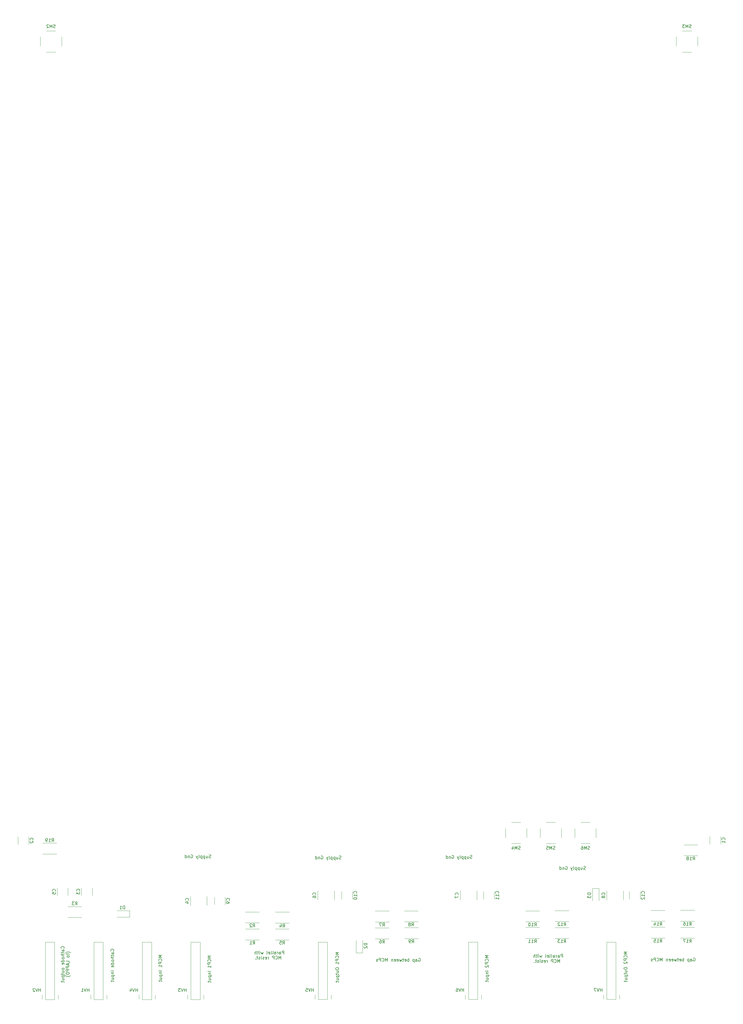
<source format=gbr>
G04 #@! TF.GenerationSoftware,KiCad,Pcbnew,(6.0.4-0)*
G04 #@! TF.CreationDate,2023-02-10T11:36:12-08:00*
G04 #@! TF.ProjectId,stripline_anode,73747269-706c-4696-9e65-5f616e6f6465,1a*
G04 #@! TF.SameCoordinates,Original*
G04 #@! TF.FileFunction,Legend,Bot*
G04 #@! TF.FilePolarity,Positive*
%FSLAX46Y46*%
G04 Gerber Fmt 4.6, Leading zero omitted, Abs format (unit mm)*
G04 Created by KiCad (PCBNEW (6.0.4-0)) date 2023-02-10 11:36:12*
%MOMM*%
%LPD*%
G01*
G04 APERTURE LIST*
%ADD10C,0.150000*%
%ADD11C,0.120000*%
G04 APERTURE END LIST*
D10*
X335520880Y-402667880D02*
X335520880Y-401667880D01*
X335139928Y-401667880D01*
X335044690Y-401715500D01*
X334997071Y-401763119D01*
X334949452Y-401858357D01*
X334949452Y-402001214D01*
X334997071Y-402096452D01*
X335044690Y-402144071D01*
X335139928Y-402191690D01*
X335520880Y-402191690D01*
X334092309Y-402667880D02*
X334092309Y-402144071D01*
X334139928Y-402048833D01*
X334235166Y-402001214D01*
X334425642Y-402001214D01*
X334520880Y-402048833D01*
X334092309Y-402620261D02*
X334187547Y-402667880D01*
X334425642Y-402667880D01*
X334520880Y-402620261D01*
X334568500Y-402525023D01*
X334568500Y-402429785D01*
X334520880Y-402334547D01*
X334425642Y-402286928D01*
X334187547Y-402286928D01*
X334092309Y-402239309D01*
X333616119Y-402667880D02*
X333616119Y-402001214D01*
X333616119Y-402191690D02*
X333568500Y-402096452D01*
X333520880Y-402048833D01*
X333425642Y-402001214D01*
X333330404Y-402001214D01*
X332568500Y-402667880D02*
X332568500Y-402144071D01*
X332616119Y-402048833D01*
X332711357Y-402001214D01*
X332901833Y-402001214D01*
X332997071Y-402048833D01*
X332568500Y-402620261D02*
X332663738Y-402667880D01*
X332901833Y-402667880D01*
X332997071Y-402620261D01*
X333044690Y-402525023D01*
X333044690Y-402429785D01*
X332997071Y-402334547D01*
X332901833Y-402286928D01*
X332663738Y-402286928D01*
X332568500Y-402239309D01*
X331949452Y-402667880D02*
X332044690Y-402620261D01*
X332092309Y-402525023D01*
X332092309Y-401667880D01*
X331425642Y-402667880D02*
X331520880Y-402620261D01*
X331568500Y-402525023D01*
X331568500Y-401667880D01*
X330663738Y-402620261D02*
X330758976Y-402667880D01*
X330949452Y-402667880D01*
X331044690Y-402620261D01*
X331092309Y-402525023D01*
X331092309Y-402144071D01*
X331044690Y-402048833D01*
X330949452Y-402001214D01*
X330758976Y-402001214D01*
X330663738Y-402048833D01*
X330616119Y-402144071D01*
X330616119Y-402239309D01*
X331092309Y-402334547D01*
X330044690Y-402667880D02*
X330139928Y-402620261D01*
X330187547Y-402525023D01*
X330187547Y-401667880D01*
X328997071Y-402001214D02*
X328806595Y-402667880D01*
X328616119Y-402191690D01*
X328425642Y-402667880D01*
X328235166Y-402001214D01*
X327854214Y-402667880D02*
X327854214Y-402001214D01*
X327854214Y-401667880D02*
X327901833Y-401715500D01*
X327854214Y-401763119D01*
X327806595Y-401715500D01*
X327854214Y-401667880D01*
X327854214Y-401763119D01*
X327520880Y-402001214D02*
X327139928Y-402001214D01*
X327378023Y-401667880D02*
X327378023Y-402525023D01*
X327330404Y-402620261D01*
X327235166Y-402667880D01*
X327139928Y-402667880D01*
X326806595Y-402667880D02*
X326806595Y-401667880D01*
X326378023Y-402667880D02*
X326378023Y-402144071D01*
X326425642Y-402048833D01*
X326520880Y-402001214D01*
X326663738Y-402001214D01*
X326758976Y-402048833D01*
X326806595Y-402096452D01*
X334592309Y-404277880D02*
X334592309Y-403277880D01*
X334258976Y-403992166D01*
X333925642Y-403277880D01*
X333925642Y-404277880D01*
X332878023Y-404182642D02*
X332925642Y-404230261D01*
X333068500Y-404277880D01*
X333163738Y-404277880D01*
X333306595Y-404230261D01*
X333401833Y-404135023D01*
X333449452Y-404039785D01*
X333497071Y-403849309D01*
X333497071Y-403706452D01*
X333449452Y-403515976D01*
X333401833Y-403420738D01*
X333306595Y-403325500D01*
X333163738Y-403277880D01*
X333068500Y-403277880D01*
X332925642Y-403325500D01*
X332878023Y-403373119D01*
X332449452Y-404277880D02*
X332449452Y-403277880D01*
X332068500Y-403277880D01*
X331973261Y-403325500D01*
X331925642Y-403373119D01*
X331878023Y-403468357D01*
X331878023Y-403611214D01*
X331925642Y-403706452D01*
X331973261Y-403754071D01*
X332068500Y-403801690D01*
X332449452Y-403801690D01*
X330687547Y-404277880D02*
X330687547Y-403611214D01*
X330687547Y-403801690D02*
X330639928Y-403706452D01*
X330592309Y-403658833D01*
X330497071Y-403611214D01*
X330401833Y-403611214D01*
X329687547Y-404230261D02*
X329782785Y-404277880D01*
X329973261Y-404277880D01*
X330068500Y-404230261D01*
X330116119Y-404135023D01*
X330116119Y-403754071D01*
X330068500Y-403658833D01*
X329973261Y-403611214D01*
X329782785Y-403611214D01*
X329687547Y-403658833D01*
X329639928Y-403754071D01*
X329639928Y-403849309D01*
X330116119Y-403944547D01*
X329258976Y-404230261D02*
X329163738Y-404277880D01*
X328973261Y-404277880D01*
X328878023Y-404230261D01*
X328830404Y-404135023D01*
X328830404Y-404087404D01*
X328878023Y-403992166D01*
X328973261Y-403944547D01*
X329116119Y-403944547D01*
X329211357Y-403896928D01*
X329258976Y-403801690D01*
X329258976Y-403754071D01*
X329211357Y-403658833D01*
X329116119Y-403611214D01*
X328973261Y-403611214D01*
X328878023Y-403658833D01*
X328401833Y-404277880D02*
X328401833Y-403611214D01*
X328401833Y-403277880D02*
X328449452Y-403325500D01*
X328401833Y-403373119D01*
X328354214Y-403325500D01*
X328401833Y-403277880D01*
X328401833Y-403373119D01*
X327973261Y-404230261D02*
X327878023Y-404277880D01*
X327687547Y-404277880D01*
X327592309Y-404230261D01*
X327544690Y-404135023D01*
X327544690Y-404087404D01*
X327592309Y-403992166D01*
X327687547Y-403944547D01*
X327830404Y-403944547D01*
X327925642Y-403896928D01*
X327973261Y-403801690D01*
X327973261Y-403754071D01*
X327925642Y-403658833D01*
X327830404Y-403611214D01*
X327687547Y-403611214D01*
X327592309Y-403658833D01*
X327258976Y-403611214D02*
X326878023Y-403611214D01*
X327116119Y-403277880D02*
X327116119Y-404135023D01*
X327068500Y-404230261D01*
X326973261Y-404277880D01*
X326878023Y-404277880D01*
X326544690Y-404182642D02*
X326497071Y-404230261D01*
X326544690Y-404277880D01*
X326592309Y-404230261D01*
X326544690Y-404182642D01*
X326544690Y-404277880D01*
X376774452Y-402870500D02*
X376869690Y-402822880D01*
X377012547Y-402822880D01*
X377155404Y-402870500D01*
X377250642Y-402965738D01*
X377298261Y-403060976D01*
X377345880Y-403251452D01*
X377345880Y-403394309D01*
X377298261Y-403584785D01*
X377250642Y-403680023D01*
X377155404Y-403775261D01*
X377012547Y-403822880D01*
X376917309Y-403822880D01*
X376774452Y-403775261D01*
X376726833Y-403727642D01*
X376726833Y-403394309D01*
X376917309Y-403394309D01*
X375869690Y-403822880D02*
X375869690Y-403299071D01*
X375917309Y-403203833D01*
X376012547Y-403156214D01*
X376203023Y-403156214D01*
X376298261Y-403203833D01*
X375869690Y-403775261D02*
X375964928Y-403822880D01*
X376203023Y-403822880D01*
X376298261Y-403775261D01*
X376345880Y-403680023D01*
X376345880Y-403584785D01*
X376298261Y-403489547D01*
X376203023Y-403441928D01*
X375964928Y-403441928D01*
X375869690Y-403394309D01*
X375393500Y-403156214D02*
X375393500Y-404156214D01*
X375393500Y-403203833D02*
X375298261Y-403156214D01*
X375107785Y-403156214D01*
X375012547Y-403203833D01*
X374964928Y-403251452D01*
X374917309Y-403346690D01*
X374917309Y-403632404D01*
X374964928Y-403727642D01*
X375012547Y-403775261D01*
X375107785Y-403822880D01*
X375298261Y-403822880D01*
X375393500Y-403775261D01*
X373726833Y-403822880D02*
X373726833Y-402822880D01*
X373726833Y-403203833D02*
X373631595Y-403156214D01*
X373441119Y-403156214D01*
X373345880Y-403203833D01*
X373298261Y-403251452D01*
X373250642Y-403346690D01*
X373250642Y-403632404D01*
X373298261Y-403727642D01*
X373345880Y-403775261D01*
X373441119Y-403822880D01*
X373631595Y-403822880D01*
X373726833Y-403775261D01*
X372441119Y-403775261D02*
X372536357Y-403822880D01*
X372726833Y-403822880D01*
X372822071Y-403775261D01*
X372869690Y-403680023D01*
X372869690Y-403299071D01*
X372822071Y-403203833D01*
X372726833Y-403156214D01*
X372536357Y-403156214D01*
X372441119Y-403203833D01*
X372393500Y-403299071D01*
X372393500Y-403394309D01*
X372869690Y-403489547D01*
X372107785Y-403156214D02*
X371726833Y-403156214D01*
X371964928Y-402822880D02*
X371964928Y-403680023D01*
X371917309Y-403775261D01*
X371822071Y-403822880D01*
X371726833Y-403822880D01*
X371488738Y-403156214D02*
X371298261Y-403822880D01*
X371107785Y-403346690D01*
X370917309Y-403822880D01*
X370726833Y-403156214D01*
X369964928Y-403775261D02*
X370060166Y-403822880D01*
X370250642Y-403822880D01*
X370345880Y-403775261D01*
X370393500Y-403680023D01*
X370393500Y-403299071D01*
X370345880Y-403203833D01*
X370250642Y-403156214D01*
X370060166Y-403156214D01*
X369964928Y-403203833D01*
X369917309Y-403299071D01*
X369917309Y-403394309D01*
X370393500Y-403489547D01*
X369107785Y-403775261D02*
X369203023Y-403822880D01*
X369393500Y-403822880D01*
X369488738Y-403775261D01*
X369536357Y-403680023D01*
X369536357Y-403299071D01*
X369488738Y-403203833D01*
X369393500Y-403156214D01*
X369203023Y-403156214D01*
X369107785Y-403203833D01*
X369060166Y-403299071D01*
X369060166Y-403394309D01*
X369536357Y-403489547D01*
X368631595Y-403156214D02*
X368631595Y-403822880D01*
X368631595Y-403251452D02*
X368583976Y-403203833D01*
X368488738Y-403156214D01*
X368345880Y-403156214D01*
X368250642Y-403203833D01*
X368203023Y-403299071D01*
X368203023Y-403822880D01*
X366964928Y-403822880D02*
X366964928Y-402822880D01*
X366631595Y-403537166D01*
X366298261Y-402822880D01*
X366298261Y-403822880D01*
X365250642Y-403727642D02*
X365298261Y-403775261D01*
X365441119Y-403822880D01*
X365536357Y-403822880D01*
X365679214Y-403775261D01*
X365774452Y-403680023D01*
X365822071Y-403584785D01*
X365869690Y-403394309D01*
X365869690Y-403251452D01*
X365822071Y-403060976D01*
X365774452Y-402965738D01*
X365679214Y-402870500D01*
X365536357Y-402822880D01*
X365441119Y-402822880D01*
X365298261Y-402870500D01*
X365250642Y-402918119D01*
X364822071Y-403822880D02*
X364822071Y-402822880D01*
X364441119Y-402822880D01*
X364345880Y-402870500D01*
X364298261Y-402918119D01*
X364250642Y-403013357D01*
X364250642Y-403156214D01*
X364298261Y-403251452D01*
X364345880Y-403299071D01*
X364441119Y-403346690D01*
X364822071Y-403346690D01*
X363869690Y-403775261D02*
X363774452Y-403822880D01*
X363583976Y-403822880D01*
X363488738Y-403775261D01*
X363441119Y-403680023D01*
X363441119Y-403632404D01*
X363488738Y-403537166D01*
X363583976Y-403489547D01*
X363726833Y-403489547D01*
X363822071Y-403441928D01*
X363869690Y-403346690D01*
X363869690Y-403299071D01*
X363822071Y-403203833D01*
X363726833Y-403156214D01*
X363583976Y-403156214D01*
X363488738Y-403203833D01*
X290074452Y-402945500D02*
X290169690Y-402897880D01*
X290312547Y-402897880D01*
X290455404Y-402945500D01*
X290550642Y-403040738D01*
X290598261Y-403135976D01*
X290645880Y-403326452D01*
X290645880Y-403469309D01*
X290598261Y-403659785D01*
X290550642Y-403755023D01*
X290455404Y-403850261D01*
X290312547Y-403897880D01*
X290217309Y-403897880D01*
X290074452Y-403850261D01*
X290026833Y-403802642D01*
X290026833Y-403469309D01*
X290217309Y-403469309D01*
X289169690Y-403897880D02*
X289169690Y-403374071D01*
X289217309Y-403278833D01*
X289312547Y-403231214D01*
X289503023Y-403231214D01*
X289598261Y-403278833D01*
X289169690Y-403850261D02*
X289264928Y-403897880D01*
X289503023Y-403897880D01*
X289598261Y-403850261D01*
X289645880Y-403755023D01*
X289645880Y-403659785D01*
X289598261Y-403564547D01*
X289503023Y-403516928D01*
X289264928Y-403516928D01*
X289169690Y-403469309D01*
X288693500Y-403231214D02*
X288693500Y-404231214D01*
X288693500Y-403278833D02*
X288598261Y-403231214D01*
X288407785Y-403231214D01*
X288312547Y-403278833D01*
X288264928Y-403326452D01*
X288217309Y-403421690D01*
X288217309Y-403707404D01*
X288264928Y-403802642D01*
X288312547Y-403850261D01*
X288407785Y-403897880D01*
X288598261Y-403897880D01*
X288693500Y-403850261D01*
X287026833Y-403897880D02*
X287026833Y-402897880D01*
X287026833Y-403278833D02*
X286931595Y-403231214D01*
X286741119Y-403231214D01*
X286645880Y-403278833D01*
X286598261Y-403326452D01*
X286550642Y-403421690D01*
X286550642Y-403707404D01*
X286598261Y-403802642D01*
X286645880Y-403850261D01*
X286741119Y-403897880D01*
X286931595Y-403897880D01*
X287026833Y-403850261D01*
X285741119Y-403850261D02*
X285836357Y-403897880D01*
X286026833Y-403897880D01*
X286122071Y-403850261D01*
X286169690Y-403755023D01*
X286169690Y-403374071D01*
X286122071Y-403278833D01*
X286026833Y-403231214D01*
X285836357Y-403231214D01*
X285741119Y-403278833D01*
X285693500Y-403374071D01*
X285693500Y-403469309D01*
X286169690Y-403564547D01*
X285407785Y-403231214D02*
X285026833Y-403231214D01*
X285264928Y-402897880D02*
X285264928Y-403755023D01*
X285217309Y-403850261D01*
X285122071Y-403897880D01*
X285026833Y-403897880D01*
X284788738Y-403231214D02*
X284598261Y-403897880D01*
X284407785Y-403421690D01*
X284217309Y-403897880D01*
X284026833Y-403231214D01*
X283264928Y-403850261D02*
X283360166Y-403897880D01*
X283550642Y-403897880D01*
X283645880Y-403850261D01*
X283693500Y-403755023D01*
X283693500Y-403374071D01*
X283645880Y-403278833D01*
X283550642Y-403231214D01*
X283360166Y-403231214D01*
X283264928Y-403278833D01*
X283217309Y-403374071D01*
X283217309Y-403469309D01*
X283693500Y-403564547D01*
X282407785Y-403850261D02*
X282503023Y-403897880D01*
X282693500Y-403897880D01*
X282788738Y-403850261D01*
X282836357Y-403755023D01*
X282836357Y-403374071D01*
X282788738Y-403278833D01*
X282693500Y-403231214D01*
X282503023Y-403231214D01*
X282407785Y-403278833D01*
X282360166Y-403374071D01*
X282360166Y-403469309D01*
X282836357Y-403564547D01*
X281931595Y-403231214D02*
X281931595Y-403897880D01*
X281931595Y-403326452D02*
X281883976Y-403278833D01*
X281788738Y-403231214D01*
X281645880Y-403231214D01*
X281550642Y-403278833D01*
X281503023Y-403374071D01*
X281503023Y-403897880D01*
X280264928Y-403897880D02*
X280264928Y-402897880D01*
X279931595Y-403612166D01*
X279598261Y-402897880D01*
X279598261Y-403897880D01*
X278550642Y-403802642D02*
X278598261Y-403850261D01*
X278741119Y-403897880D01*
X278836357Y-403897880D01*
X278979214Y-403850261D01*
X279074452Y-403755023D01*
X279122071Y-403659785D01*
X279169690Y-403469309D01*
X279169690Y-403326452D01*
X279122071Y-403135976D01*
X279074452Y-403040738D01*
X278979214Y-402945500D01*
X278836357Y-402897880D01*
X278741119Y-402897880D01*
X278598261Y-402945500D01*
X278550642Y-402993119D01*
X278122071Y-403897880D02*
X278122071Y-402897880D01*
X277741119Y-402897880D01*
X277645880Y-402945500D01*
X277598261Y-402993119D01*
X277550642Y-403088357D01*
X277550642Y-403231214D01*
X277598261Y-403326452D01*
X277645880Y-403374071D01*
X277741119Y-403421690D01*
X278122071Y-403421690D01*
X277169690Y-403850261D02*
X277074452Y-403897880D01*
X276883976Y-403897880D01*
X276788738Y-403850261D01*
X276741119Y-403755023D01*
X276741119Y-403707404D01*
X276788738Y-403612166D01*
X276883976Y-403564547D01*
X277026833Y-403564547D01*
X277122071Y-403516928D01*
X277169690Y-403421690D01*
X277169690Y-403374071D01*
X277122071Y-403278833D01*
X277026833Y-403231214D01*
X276883976Y-403231214D01*
X276788738Y-403278833D01*
X247595880Y-401592880D02*
X247595880Y-400592880D01*
X247214928Y-400592880D01*
X247119690Y-400640500D01*
X247072071Y-400688119D01*
X247024452Y-400783357D01*
X247024452Y-400926214D01*
X247072071Y-401021452D01*
X247119690Y-401069071D01*
X247214928Y-401116690D01*
X247595880Y-401116690D01*
X246167309Y-401592880D02*
X246167309Y-401069071D01*
X246214928Y-400973833D01*
X246310166Y-400926214D01*
X246500642Y-400926214D01*
X246595880Y-400973833D01*
X246167309Y-401545261D02*
X246262547Y-401592880D01*
X246500642Y-401592880D01*
X246595880Y-401545261D01*
X246643500Y-401450023D01*
X246643500Y-401354785D01*
X246595880Y-401259547D01*
X246500642Y-401211928D01*
X246262547Y-401211928D01*
X246167309Y-401164309D01*
X245691119Y-401592880D02*
X245691119Y-400926214D01*
X245691119Y-401116690D02*
X245643500Y-401021452D01*
X245595880Y-400973833D01*
X245500642Y-400926214D01*
X245405404Y-400926214D01*
X244643500Y-401592880D02*
X244643500Y-401069071D01*
X244691119Y-400973833D01*
X244786357Y-400926214D01*
X244976833Y-400926214D01*
X245072071Y-400973833D01*
X244643500Y-401545261D02*
X244738738Y-401592880D01*
X244976833Y-401592880D01*
X245072071Y-401545261D01*
X245119690Y-401450023D01*
X245119690Y-401354785D01*
X245072071Y-401259547D01*
X244976833Y-401211928D01*
X244738738Y-401211928D01*
X244643500Y-401164309D01*
X244024452Y-401592880D02*
X244119690Y-401545261D01*
X244167309Y-401450023D01*
X244167309Y-400592880D01*
X243500642Y-401592880D02*
X243595880Y-401545261D01*
X243643500Y-401450023D01*
X243643500Y-400592880D01*
X242738738Y-401545261D02*
X242833976Y-401592880D01*
X243024452Y-401592880D01*
X243119690Y-401545261D01*
X243167309Y-401450023D01*
X243167309Y-401069071D01*
X243119690Y-400973833D01*
X243024452Y-400926214D01*
X242833976Y-400926214D01*
X242738738Y-400973833D01*
X242691119Y-401069071D01*
X242691119Y-401164309D01*
X243167309Y-401259547D01*
X242119690Y-401592880D02*
X242214928Y-401545261D01*
X242262547Y-401450023D01*
X242262547Y-400592880D01*
X241072071Y-400926214D02*
X240881595Y-401592880D01*
X240691119Y-401116690D01*
X240500642Y-401592880D01*
X240310166Y-400926214D01*
X239929214Y-401592880D02*
X239929214Y-400926214D01*
X239929214Y-400592880D02*
X239976833Y-400640500D01*
X239929214Y-400688119D01*
X239881595Y-400640500D01*
X239929214Y-400592880D01*
X239929214Y-400688119D01*
X239595880Y-400926214D02*
X239214928Y-400926214D01*
X239453023Y-400592880D02*
X239453023Y-401450023D01*
X239405404Y-401545261D01*
X239310166Y-401592880D01*
X239214928Y-401592880D01*
X238881595Y-401592880D02*
X238881595Y-400592880D01*
X238453023Y-401592880D02*
X238453023Y-401069071D01*
X238500642Y-400973833D01*
X238595880Y-400926214D01*
X238738738Y-400926214D01*
X238833976Y-400973833D01*
X238881595Y-401021452D01*
X246667309Y-403202880D02*
X246667309Y-402202880D01*
X246333976Y-402917166D01*
X246000642Y-402202880D01*
X246000642Y-403202880D01*
X244953023Y-403107642D02*
X245000642Y-403155261D01*
X245143500Y-403202880D01*
X245238738Y-403202880D01*
X245381595Y-403155261D01*
X245476833Y-403060023D01*
X245524452Y-402964785D01*
X245572071Y-402774309D01*
X245572071Y-402631452D01*
X245524452Y-402440976D01*
X245476833Y-402345738D01*
X245381595Y-402250500D01*
X245238738Y-402202880D01*
X245143500Y-402202880D01*
X245000642Y-402250500D01*
X244953023Y-402298119D01*
X244524452Y-403202880D02*
X244524452Y-402202880D01*
X244143500Y-402202880D01*
X244048261Y-402250500D01*
X244000642Y-402298119D01*
X243953023Y-402393357D01*
X243953023Y-402536214D01*
X244000642Y-402631452D01*
X244048261Y-402679071D01*
X244143500Y-402726690D01*
X244524452Y-402726690D01*
X242762547Y-403202880D02*
X242762547Y-402536214D01*
X242762547Y-402726690D02*
X242714928Y-402631452D01*
X242667309Y-402583833D01*
X242572071Y-402536214D01*
X242476833Y-402536214D01*
X241762547Y-403155261D02*
X241857785Y-403202880D01*
X242048261Y-403202880D01*
X242143500Y-403155261D01*
X242191119Y-403060023D01*
X242191119Y-402679071D01*
X242143500Y-402583833D01*
X242048261Y-402536214D01*
X241857785Y-402536214D01*
X241762547Y-402583833D01*
X241714928Y-402679071D01*
X241714928Y-402774309D01*
X242191119Y-402869547D01*
X241333976Y-403155261D02*
X241238738Y-403202880D01*
X241048261Y-403202880D01*
X240953023Y-403155261D01*
X240905404Y-403060023D01*
X240905404Y-403012404D01*
X240953023Y-402917166D01*
X241048261Y-402869547D01*
X241191119Y-402869547D01*
X241286357Y-402821928D01*
X241333976Y-402726690D01*
X241333976Y-402679071D01*
X241286357Y-402583833D01*
X241191119Y-402536214D01*
X241048261Y-402536214D01*
X240953023Y-402583833D01*
X240476833Y-403202880D02*
X240476833Y-402536214D01*
X240476833Y-402202880D02*
X240524452Y-402250500D01*
X240476833Y-402298119D01*
X240429214Y-402250500D01*
X240476833Y-402202880D01*
X240476833Y-402298119D01*
X240048261Y-403155261D02*
X239953023Y-403202880D01*
X239762547Y-403202880D01*
X239667309Y-403155261D01*
X239619690Y-403060023D01*
X239619690Y-403012404D01*
X239667309Y-402917166D01*
X239762547Y-402869547D01*
X239905404Y-402869547D01*
X240000642Y-402821928D01*
X240048261Y-402726690D01*
X240048261Y-402679071D01*
X240000642Y-402583833D01*
X239905404Y-402536214D01*
X239762547Y-402536214D01*
X239667309Y-402583833D01*
X239333976Y-402536214D02*
X238953023Y-402536214D01*
X239191119Y-402202880D02*
X239191119Y-403060023D01*
X239143500Y-403155261D01*
X239048261Y-403202880D01*
X238953023Y-403202880D01*
X238619690Y-403107642D02*
X238572071Y-403155261D01*
X238619690Y-403202880D01*
X238667309Y-403155261D01*
X238619690Y-403107642D01*
X238619690Y-403202880D01*
X342714928Y-374925261D02*
X342572071Y-374972880D01*
X342333976Y-374972880D01*
X342238738Y-374925261D01*
X342191119Y-374877642D01*
X342143500Y-374782404D01*
X342143500Y-374687166D01*
X342191119Y-374591928D01*
X342238738Y-374544309D01*
X342333976Y-374496690D01*
X342524452Y-374449071D01*
X342619690Y-374401452D01*
X342667309Y-374353833D01*
X342714928Y-374258595D01*
X342714928Y-374163357D01*
X342667309Y-374068119D01*
X342619690Y-374020500D01*
X342524452Y-373972880D01*
X342286357Y-373972880D01*
X342143500Y-374020500D01*
X341286357Y-374306214D02*
X341286357Y-374972880D01*
X341714928Y-374306214D02*
X341714928Y-374830023D01*
X341667309Y-374925261D01*
X341572071Y-374972880D01*
X341429214Y-374972880D01*
X341333976Y-374925261D01*
X341286357Y-374877642D01*
X340810166Y-374306214D02*
X340810166Y-375306214D01*
X340810166Y-374353833D02*
X340714928Y-374306214D01*
X340524452Y-374306214D01*
X340429214Y-374353833D01*
X340381595Y-374401452D01*
X340333976Y-374496690D01*
X340333976Y-374782404D01*
X340381595Y-374877642D01*
X340429214Y-374925261D01*
X340524452Y-374972880D01*
X340714928Y-374972880D01*
X340810166Y-374925261D01*
X339905404Y-374306214D02*
X339905404Y-375306214D01*
X339905404Y-374353833D02*
X339810166Y-374306214D01*
X339619690Y-374306214D01*
X339524452Y-374353833D01*
X339476833Y-374401452D01*
X339429214Y-374496690D01*
X339429214Y-374782404D01*
X339476833Y-374877642D01*
X339524452Y-374925261D01*
X339619690Y-374972880D01*
X339810166Y-374972880D01*
X339905404Y-374925261D01*
X338857785Y-374972880D02*
X338953023Y-374925261D01*
X339000642Y-374830023D01*
X339000642Y-373972880D01*
X338572071Y-374306214D02*
X338333976Y-374972880D01*
X338095880Y-374306214D02*
X338333976Y-374972880D01*
X338429214Y-375210976D01*
X338476833Y-375258595D01*
X338572071Y-375306214D01*
X336429214Y-374020500D02*
X336524452Y-373972880D01*
X336667309Y-373972880D01*
X336810166Y-374020500D01*
X336905404Y-374115738D01*
X336953023Y-374210976D01*
X337000642Y-374401452D01*
X337000642Y-374544309D01*
X336953023Y-374734785D01*
X336905404Y-374830023D01*
X336810166Y-374925261D01*
X336667309Y-374972880D01*
X336572071Y-374972880D01*
X336429214Y-374925261D01*
X336381595Y-374877642D01*
X336381595Y-374544309D01*
X336572071Y-374544309D01*
X335953023Y-374306214D02*
X335953023Y-374972880D01*
X335953023Y-374401452D02*
X335905404Y-374353833D01*
X335810166Y-374306214D01*
X335667309Y-374306214D01*
X335572071Y-374353833D01*
X335524452Y-374449071D01*
X335524452Y-374972880D01*
X334619690Y-374972880D02*
X334619690Y-373972880D01*
X334619690Y-374925261D02*
X334714928Y-374972880D01*
X334905404Y-374972880D01*
X335000642Y-374925261D01*
X335048261Y-374877642D01*
X335095880Y-374782404D01*
X335095880Y-374496690D01*
X335048261Y-374401452D01*
X335000642Y-374353833D01*
X334905404Y-374306214D01*
X334714928Y-374306214D01*
X334619690Y-374353833D01*
X306914928Y-371425261D02*
X306772071Y-371472880D01*
X306533976Y-371472880D01*
X306438738Y-371425261D01*
X306391119Y-371377642D01*
X306343500Y-371282404D01*
X306343500Y-371187166D01*
X306391119Y-371091928D01*
X306438738Y-371044309D01*
X306533976Y-370996690D01*
X306724452Y-370949071D01*
X306819690Y-370901452D01*
X306867309Y-370853833D01*
X306914928Y-370758595D01*
X306914928Y-370663357D01*
X306867309Y-370568119D01*
X306819690Y-370520500D01*
X306724452Y-370472880D01*
X306486357Y-370472880D01*
X306343500Y-370520500D01*
X305486357Y-370806214D02*
X305486357Y-371472880D01*
X305914928Y-370806214D02*
X305914928Y-371330023D01*
X305867309Y-371425261D01*
X305772071Y-371472880D01*
X305629214Y-371472880D01*
X305533976Y-371425261D01*
X305486357Y-371377642D01*
X305010166Y-370806214D02*
X305010166Y-371806214D01*
X305010166Y-370853833D02*
X304914928Y-370806214D01*
X304724452Y-370806214D01*
X304629214Y-370853833D01*
X304581595Y-370901452D01*
X304533976Y-370996690D01*
X304533976Y-371282404D01*
X304581595Y-371377642D01*
X304629214Y-371425261D01*
X304724452Y-371472880D01*
X304914928Y-371472880D01*
X305010166Y-371425261D01*
X304105404Y-370806214D02*
X304105404Y-371806214D01*
X304105404Y-370853833D02*
X304010166Y-370806214D01*
X303819690Y-370806214D01*
X303724452Y-370853833D01*
X303676833Y-370901452D01*
X303629214Y-370996690D01*
X303629214Y-371282404D01*
X303676833Y-371377642D01*
X303724452Y-371425261D01*
X303819690Y-371472880D01*
X304010166Y-371472880D01*
X304105404Y-371425261D01*
X303057785Y-371472880D02*
X303153023Y-371425261D01*
X303200642Y-371330023D01*
X303200642Y-370472880D01*
X302772071Y-370806214D02*
X302533976Y-371472880D01*
X302295880Y-370806214D02*
X302533976Y-371472880D01*
X302629214Y-371710976D01*
X302676833Y-371758595D01*
X302772071Y-371806214D01*
X300629214Y-370520500D02*
X300724452Y-370472880D01*
X300867309Y-370472880D01*
X301010166Y-370520500D01*
X301105404Y-370615738D01*
X301153023Y-370710976D01*
X301200642Y-370901452D01*
X301200642Y-371044309D01*
X301153023Y-371234785D01*
X301105404Y-371330023D01*
X301010166Y-371425261D01*
X300867309Y-371472880D01*
X300772071Y-371472880D01*
X300629214Y-371425261D01*
X300581595Y-371377642D01*
X300581595Y-371044309D01*
X300772071Y-371044309D01*
X300153023Y-370806214D02*
X300153023Y-371472880D01*
X300153023Y-370901452D02*
X300105404Y-370853833D01*
X300010166Y-370806214D01*
X299867309Y-370806214D01*
X299772071Y-370853833D01*
X299724452Y-370949071D01*
X299724452Y-371472880D01*
X298819690Y-371472880D02*
X298819690Y-370472880D01*
X298819690Y-371425261D02*
X298914928Y-371472880D01*
X299105404Y-371472880D01*
X299200642Y-371425261D01*
X299248261Y-371377642D01*
X299295880Y-371282404D01*
X299295880Y-370996690D01*
X299248261Y-370901452D01*
X299200642Y-370853833D01*
X299105404Y-370806214D01*
X298914928Y-370806214D01*
X298819690Y-370853833D01*
X265614928Y-371625261D02*
X265472071Y-371672880D01*
X265233976Y-371672880D01*
X265138738Y-371625261D01*
X265091119Y-371577642D01*
X265043500Y-371482404D01*
X265043500Y-371387166D01*
X265091119Y-371291928D01*
X265138738Y-371244309D01*
X265233976Y-371196690D01*
X265424452Y-371149071D01*
X265519690Y-371101452D01*
X265567309Y-371053833D01*
X265614928Y-370958595D01*
X265614928Y-370863357D01*
X265567309Y-370768119D01*
X265519690Y-370720500D01*
X265424452Y-370672880D01*
X265186357Y-370672880D01*
X265043500Y-370720500D01*
X264186357Y-371006214D02*
X264186357Y-371672880D01*
X264614928Y-371006214D02*
X264614928Y-371530023D01*
X264567309Y-371625261D01*
X264472071Y-371672880D01*
X264329214Y-371672880D01*
X264233976Y-371625261D01*
X264186357Y-371577642D01*
X263710166Y-371006214D02*
X263710166Y-372006214D01*
X263710166Y-371053833D02*
X263614928Y-371006214D01*
X263424452Y-371006214D01*
X263329214Y-371053833D01*
X263281595Y-371101452D01*
X263233976Y-371196690D01*
X263233976Y-371482404D01*
X263281595Y-371577642D01*
X263329214Y-371625261D01*
X263424452Y-371672880D01*
X263614928Y-371672880D01*
X263710166Y-371625261D01*
X262805404Y-371006214D02*
X262805404Y-372006214D01*
X262805404Y-371053833D02*
X262710166Y-371006214D01*
X262519690Y-371006214D01*
X262424452Y-371053833D01*
X262376833Y-371101452D01*
X262329214Y-371196690D01*
X262329214Y-371482404D01*
X262376833Y-371577642D01*
X262424452Y-371625261D01*
X262519690Y-371672880D01*
X262710166Y-371672880D01*
X262805404Y-371625261D01*
X261757785Y-371672880D02*
X261853023Y-371625261D01*
X261900642Y-371530023D01*
X261900642Y-370672880D01*
X261472071Y-371006214D02*
X261233976Y-371672880D01*
X260995880Y-371006214D02*
X261233976Y-371672880D01*
X261329214Y-371910976D01*
X261376833Y-371958595D01*
X261472071Y-372006214D01*
X259329214Y-370720500D02*
X259424452Y-370672880D01*
X259567309Y-370672880D01*
X259710166Y-370720500D01*
X259805404Y-370815738D01*
X259853023Y-370910976D01*
X259900642Y-371101452D01*
X259900642Y-371244309D01*
X259853023Y-371434785D01*
X259805404Y-371530023D01*
X259710166Y-371625261D01*
X259567309Y-371672880D01*
X259472071Y-371672880D01*
X259329214Y-371625261D01*
X259281595Y-371577642D01*
X259281595Y-371244309D01*
X259472071Y-371244309D01*
X258853023Y-371006214D02*
X258853023Y-371672880D01*
X258853023Y-371101452D02*
X258805404Y-371053833D01*
X258710166Y-371006214D01*
X258567309Y-371006214D01*
X258472071Y-371053833D01*
X258424452Y-371149071D01*
X258424452Y-371672880D01*
X257519690Y-371672880D02*
X257519690Y-370672880D01*
X257519690Y-371625261D02*
X257614928Y-371672880D01*
X257805404Y-371672880D01*
X257900642Y-371625261D01*
X257948261Y-371577642D01*
X257995880Y-371482404D01*
X257995880Y-371196690D01*
X257948261Y-371101452D01*
X257900642Y-371053833D01*
X257805404Y-371006214D01*
X257614928Y-371006214D01*
X257519690Y-371053833D01*
X224514928Y-371250261D02*
X224372071Y-371297880D01*
X224133976Y-371297880D01*
X224038738Y-371250261D01*
X223991119Y-371202642D01*
X223943500Y-371107404D01*
X223943500Y-371012166D01*
X223991119Y-370916928D01*
X224038738Y-370869309D01*
X224133976Y-370821690D01*
X224324452Y-370774071D01*
X224419690Y-370726452D01*
X224467309Y-370678833D01*
X224514928Y-370583595D01*
X224514928Y-370488357D01*
X224467309Y-370393119D01*
X224419690Y-370345500D01*
X224324452Y-370297880D01*
X224086357Y-370297880D01*
X223943500Y-370345500D01*
X223086357Y-370631214D02*
X223086357Y-371297880D01*
X223514928Y-370631214D02*
X223514928Y-371155023D01*
X223467309Y-371250261D01*
X223372071Y-371297880D01*
X223229214Y-371297880D01*
X223133976Y-371250261D01*
X223086357Y-371202642D01*
X222610166Y-370631214D02*
X222610166Y-371631214D01*
X222610166Y-370678833D02*
X222514928Y-370631214D01*
X222324452Y-370631214D01*
X222229214Y-370678833D01*
X222181595Y-370726452D01*
X222133976Y-370821690D01*
X222133976Y-371107404D01*
X222181595Y-371202642D01*
X222229214Y-371250261D01*
X222324452Y-371297880D01*
X222514928Y-371297880D01*
X222610166Y-371250261D01*
X221705404Y-370631214D02*
X221705404Y-371631214D01*
X221705404Y-370678833D02*
X221610166Y-370631214D01*
X221419690Y-370631214D01*
X221324452Y-370678833D01*
X221276833Y-370726452D01*
X221229214Y-370821690D01*
X221229214Y-371107404D01*
X221276833Y-371202642D01*
X221324452Y-371250261D01*
X221419690Y-371297880D01*
X221610166Y-371297880D01*
X221705404Y-371250261D01*
X220657785Y-371297880D02*
X220753023Y-371250261D01*
X220800642Y-371155023D01*
X220800642Y-370297880D01*
X220372071Y-370631214D02*
X220133976Y-371297880D01*
X219895880Y-370631214D02*
X220133976Y-371297880D01*
X220229214Y-371535976D01*
X220276833Y-371583595D01*
X220372071Y-371631214D01*
X218229214Y-370345500D02*
X218324452Y-370297880D01*
X218467309Y-370297880D01*
X218610166Y-370345500D01*
X218705404Y-370440738D01*
X218753023Y-370535976D01*
X218800642Y-370726452D01*
X218800642Y-370869309D01*
X218753023Y-371059785D01*
X218705404Y-371155023D01*
X218610166Y-371250261D01*
X218467309Y-371297880D01*
X218372071Y-371297880D01*
X218229214Y-371250261D01*
X218181595Y-371202642D01*
X218181595Y-370869309D01*
X218372071Y-370869309D01*
X217753023Y-370631214D02*
X217753023Y-371297880D01*
X217753023Y-370726452D02*
X217705404Y-370678833D01*
X217610166Y-370631214D01*
X217467309Y-370631214D01*
X217372071Y-370678833D01*
X217324452Y-370774071D01*
X217324452Y-371297880D01*
X216419690Y-371297880D02*
X216419690Y-370297880D01*
X216419690Y-371250261D02*
X216514928Y-371297880D01*
X216705404Y-371297880D01*
X216800642Y-371250261D01*
X216848261Y-371202642D01*
X216895880Y-371107404D01*
X216895880Y-370821690D01*
X216848261Y-370726452D01*
X216800642Y-370678833D01*
X216705404Y-370631214D01*
X216514928Y-370631214D01*
X216419690Y-370678833D01*
X355870880Y-400952642D02*
X354870880Y-400952642D01*
X355585166Y-401285976D01*
X354870880Y-401619309D01*
X355870880Y-401619309D01*
X355775642Y-402666928D02*
X355823261Y-402619309D01*
X355870880Y-402476452D01*
X355870880Y-402381214D01*
X355823261Y-402238357D01*
X355728023Y-402143119D01*
X355632785Y-402095500D01*
X355442309Y-402047880D01*
X355299452Y-402047880D01*
X355108976Y-402095500D01*
X355013738Y-402143119D01*
X354918500Y-402238357D01*
X354870880Y-402381214D01*
X354870880Y-402476452D01*
X354918500Y-402619309D01*
X354966119Y-402666928D01*
X355870880Y-403095500D02*
X354870880Y-403095500D01*
X354870880Y-403476452D01*
X354918500Y-403571690D01*
X354966119Y-403619309D01*
X355061357Y-403666928D01*
X355204214Y-403666928D01*
X355299452Y-403619309D01*
X355347071Y-403571690D01*
X355394690Y-403476452D01*
X355394690Y-403095500D01*
X354966119Y-404047880D02*
X354918500Y-404095500D01*
X354870880Y-404190738D01*
X354870880Y-404428833D01*
X354918500Y-404524071D01*
X354966119Y-404571690D01*
X355061357Y-404619309D01*
X355156595Y-404619309D01*
X355299452Y-404571690D01*
X355870880Y-404000261D01*
X355870880Y-404619309D01*
X354870880Y-406000261D02*
X354870880Y-406190738D01*
X354918500Y-406285976D01*
X355013738Y-406381214D01*
X355204214Y-406428833D01*
X355537547Y-406428833D01*
X355728023Y-406381214D01*
X355823261Y-406285976D01*
X355870880Y-406190738D01*
X355870880Y-406000261D01*
X355823261Y-405905023D01*
X355728023Y-405809785D01*
X355537547Y-405762166D01*
X355204214Y-405762166D01*
X355013738Y-405809785D01*
X354918500Y-405905023D01*
X354870880Y-406000261D01*
X355204214Y-407285976D02*
X355870880Y-407285976D01*
X355204214Y-406857404D02*
X355728023Y-406857404D01*
X355823261Y-406905023D01*
X355870880Y-407000261D01*
X355870880Y-407143119D01*
X355823261Y-407238357D01*
X355775642Y-407285976D01*
X355204214Y-407619309D02*
X355204214Y-408000261D01*
X354870880Y-407762166D02*
X355728023Y-407762166D01*
X355823261Y-407809785D01*
X355870880Y-407905023D01*
X355870880Y-408000261D01*
X355204214Y-408333595D02*
X356204214Y-408333595D01*
X355251833Y-408333595D02*
X355204214Y-408428833D01*
X355204214Y-408619309D01*
X355251833Y-408714547D01*
X355299452Y-408762166D01*
X355394690Y-408809785D01*
X355680404Y-408809785D01*
X355775642Y-408762166D01*
X355823261Y-408714547D01*
X355870880Y-408619309D01*
X355870880Y-408428833D01*
X355823261Y-408333595D01*
X355204214Y-409666928D02*
X355870880Y-409666928D01*
X355204214Y-409238357D02*
X355728023Y-409238357D01*
X355823261Y-409285976D01*
X355870880Y-409381214D01*
X355870880Y-409524071D01*
X355823261Y-409619309D01*
X355775642Y-409666928D01*
X355204214Y-410000261D02*
X355204214Y-410381214D01*
X354870880Y-410143119D02*
X355728023Y-410143119D01*
X355823261Y-410190738D01*
X355870880Y-410285976D01*
X355870880Y-410381214D01*
X312095880Y-402074071D02*
X311095880Y-402074071D01*
X311810166Y-402407404D01*
X311095880Y-402740738D01*
X312095880Y-402740738D01*
X312000642Y-403788357D02*
X312048261Y-403740738D01*
X312095880Y-403597880D01*
X312095880Y-403502642D01*
X312048261Y-403359785D01*
X311953023Y-403264547D01*
X311857785Y-403216928D01*
X311667309Y-403169309D01*
X311524452Y-403169309D01*
X311333976Y-403216928D01*
X311238738Y-403264547D01*
X311143500Y-403359785D01*
X311095880Y-403502642D01*
X311095880Y-403597880D01*
X311143500Y-403740738D01*
X311191119Y-403788357D01*
X312095880Y-404216928D02*
X311095880Y-404216928D01*
X311095880Y-404597880D01*
X311143500Y-404693119D01*
X311191119Y-404740738D01*
X311286357Y-404788357D01*
X311429214Y-404788357D01*
X311524452Y-404740738D01*
X311572071Y-404693119D01*
X311619690Y-404597880D01*
X311619690Y-404216928D01*
X311191119Y-405169309D02*
X311143500Y-405216928D01*
X311095880Y-405312166D01*
X311095880Y-405550261D01*
X311143500Y-405645500D01*
X311191119Y-405693119D01*
X311286357Y-405740738D01*
X311381595Y-405740738D01*
X311524452Y-405693119D01*
X312095880Y-405121690D01*
X312095880Y-405740738D01*
X312095880Y-406931214D02*
X311095880Y-406931214D01*
X311429214Y-407407404D02*
X312095880Y-407407404D01*
X311524452Y-407407404D02*
X311476833Y-407455023D01*
X311429214Y-407550261D01*
X311429214Y-407693119D01*
X311476833Y-407788357D01*
X311572071Y-407835976D01*
X312095880Y-407835976D01*
X311429214Y-408312166D02*
X312429214Y-408312166D01*
X311476833Y-408312166D02*
X311429214Y-408407404D01*
X311429214Y-408597880D01*
X311476833Y-408693119D01*
X311524452Y-408740738D01*
X311619690Y-408788357D01*
X311905404Y-408788357D01*
X312000642Y-408740738D01*
X312048261Y-408693119D01*
X312095880Y-408597880D01*
X312095880Y-408407404D01*
X312048261Y-408312166D01*
X311429214Y-409645500D02*
X312095880Y-409645500D01*
X311429214Y-409216928D02*
X311953023Y-409216928D01*
X312048261Y-409264547D01*
X312095880Y-409359785D01*
X312095880Y-409502642D01*
X312048261Y-409597880D01*
X312000642Y-409645500D01*
X311429214Y-409978833D02*
X311429214Y-410359785D01*
X311095880Y-410121690D02*
X311953023Y-410121690D01*
X312048261Y-410169309D01*
X312095880Y-410264547D01*
X312095880Y-410359785D01*
X264870880Y-401077642D02*
X263870880Y-401077642D01*
X264585166Y-401410976D01*
X263870880Y-401744309D01*
X264870880Y-401744309D01*
X264775642Y-402791928D02*
X264823261Y-402744309D01*
X264870880Y-402601452D01*
X264870880Y-402506214D01*
X264823261Y-402363357D01*
X264728023Y-402268119D01*
X264632785Y-402220500D01*
X264442309Y-402172880D01*
X264299452Y-402172880D01*
X264108976Y-402220500D01*
X264013738Y-402268119D01*
X263918500Y-402363357D01*
X263870880Y-402506214D01*
X263870880Y-402601452D01*
X263918500Y-402744309D01*
X263966119Y-402791928D01*
X264870880Y-403220500D02*
X263870880Y-403220500D01*
X263870880Y-403601452D01*
X263918500Y-403696690D01*
X263966119Y-403744309D01*
X264061357Y-403791928D01*
X264204214Y-403791928D01*
X264299452Y-403744309D01*
X264347071Y-403696690D01*
X264394690Y-403601452D01*
X264394690Y-403220500D01*
X264870880Y-404744309D02*
X264870880Y-404172880D01*
X264870880Y-404458595D02*
X263870880Y-404458595D01*
X264013738Y-404363357D01*
X264108976Y-404268119D01*
X264156595Y-404172880D01*
X263870880Y-406125261D02*
X263870880Y-406315738D01*
X263918500Y-406410976D01*
X264013738Y-406506214D01*
X264204214Y-406553833D01*
X264537547Y-406553833D01*
X264728023Y-406506214D01*
X264823261Y-406410976D01*
X264870880Y-406315738D01*
X264870880Y-406125261D01*
X264823261Y-406030023D01*
X264728023Y-405934785D01*
X264537547Y-405887166D01*
X264204214Y-405887166D01*
X264013738Y-405934785D01*
X263918500Y-406030023D01*
X263870880Y-406125261D01*
X264204214Y-407410976D02*
X264870880Y-407410976D01*
X264204214Y-406982404D02*
X264728023Y-406982404D01*
X264823261Y-407030023D01*
X264870880Y-407125261D01*
X264870880Y-407268119D01*
X264823261Y-407363357D01*
X264775642Y-407410976D01*
X264204214Y-407744309D02*
X264204214Y-408125261D01*
X263870880Y-407887166D02*
X264728023Y-407887166D01*
X264823261Y-407934785D01*
X264870880Y-408030023D01*
X264870880Y-408125261D01*
X264204214Y-408458595D02*
X265204214Y-408458595D01*
X264251833Y-408458595D02*
X264204214Y-408553833D01*
X264204214Y-408744309D01*
X264251833Y-408839547D01*
X264299452Y-408887166D01*
X264394690Y-408934785D01*
X264680404Y-408934785D01*
X264775642Y-408887166D01*
X264823261Y-408839547D01*
X264870880Y-408744309D01*
X264870880Y-408553833D01*
X264823261Y-408458595D01*
X264204214Y-409791928D02*
X264870880Y-409791928D01*
X264204214Y-409363357D02*
X264728023Y-409363357D01*
X264823261Y-409410976D01*
X264870880Y-409506214D01*
X264870880Y-409649071D01*
X264823261Y-409744309D01*
X264775642Y-409791928D01*
X264204214Y-410125261D02*
X264204214Y-410506214D01*
X263870880Y-410268119D02*
X264728023Y-410268119D01*
X264823261Y-410315738D01*
X264870880Y-410410976D01*
X264870880Y-410506214D01*
X224520880Y-402199071D02*
X223520880Y-402199071D01*
X224235166Y-402532404D01*
X223520880Y-402865738D01*
X224520880Y-402865738D01*
X224425642Y-403913357D02*
X224473261Y-403865738D01*
X224520880Y-403722880D01*
X224520880Y-403627642D01*
X224473261Y-403484785D01*
X224378023Y-403389547D01*
X224282785Y-403341928D01*
X224092309Y-403294309D01*
X223949452Y-403294309D01*
X223758976Y-403341928D01*
X223663738Y-403389547D01*
X223568500Y-403484785D01*
X223520880Y-403627642D01*
X223520880Y-403722880D01*
X223568500Y-403865738D01*
X223616119Y-403913357D01*
X224520880Y-404341928D02*
X223520880Y-404341928D01*
X223520880Y-404722880D01*
X223568500Y-404818119D01*
X223616119Y-404865738D01*
X223711357Y-404913357D01*
X223854214Y-404913357D01*
X223949452Y-404865738D01*
X223997071Y-404818119D01*
X224044690Y-404722880D01*
X224044690Y-404341928D01*
X224520880Y-405865738D02*
X224520880Y-405294309D01*
X224520880Y-405580023D02*
X223520880Y-405580023D01*
X223663738Y-405484785D01*
X223758976Y-405389547D01*
X223806595Y-405294309D01*
X224520880Y-407056214D02*
X223520880Y-407056214D01*
X223854214Y-407532404D02*
X224520880Y-407532404D01*
X223949452Y-407532404D02*
X223901833Y-407580023D01*
X223854214Y-407675261D01*
X223854214Y-407818119D01*
X223901833Y-407913357D01*
X223997071Y-407960976D01*
X224520880Y-407960976D01*
X223854214Y-408437166D02*
X224854214Y-408437166D01*
X223901833Y-408437166D02*
X223854214Y-408532404D01*
X223854214Y-408722880D01*
X223901833Y-408818119D01*
X223949452Y-408865738D01*
X224044690Y-408913357D01*
X224330404Y-408913357D01*
X224425642Y-408865738D01*
X224473261Y-408818119D01*
X224520880Y-408722880D01*
X224520880Y-408532404D01*
X224473261Y-408437166D01*
X223854214Y-409770500D02*
X224520880Y-409770500D01*
X223854214Y-409341928D02*
X224378023Y-409341928D01*
X224473261Y-409389547D01*
X224520880Y-409484785D01*
X224520880Y-409627642D01*
X224473261Y-409722880D01*
X224425642Y-409770500D01*
X223854214Y-410103833D02*
X223854214Y-410484785D01*
X223520880Y-410246690D02*
X224378023Y-410246690D01*
X224473261Y-410294309D01*
X224520880Y-410389547D01*
X224520880Y-410484785D01*
X209070880Y-401999071D02*
X208070880Y-401999071D01*
X208785166Y-402332404D01*
X208070880Y-402665738D01*
X209070880Y-402665738D01*
X208975642Y-403713357D02*
X209023261Y-403665738D01*
X209070880Y-403522880D01*
X209070880Y-403427642D01*
X209023261Y-403284785D01*
X208928023Y-403189547D01*
X208832785Y-403141928D01*
X208642309Y-403094309D01*
X208499452Y-403094309D01*
X208308976Y-403141928D01*
X208213738Y-403189547D01*
X208118500Y-403284785D01*
X208070880Y-403427642D01*
X208070880Y-403522880D01*
X208118500Y-403665738D01*
X208166119Y-403713357D01*
X209070880Y-404141928D02*
X208070880Y-404141928D01*
X208070880Y-404522880D01*
X208118500Y-404618119D01*
X208166119Y-404665738D01*
X208261357Y-404713357D01*
X208404214Y-404713357D01*
X208499452Y-404665738D01*
X208547071Y-404618119D01*
X208594690Y-404522880D01*
X208594690Y-404141928D01*
X209070880Y-405665738D02*
X209070880Y-405094309D01*
X209070880Y-405380023D02*
X208070880Y-405380023D01*
X208213738Y-405284785D01*
X208308976Y-405189547D01*
X208356595Y-405094309D01*
X209070880Y-406856214D02*
X208070880Y-406856214D01*
X208404214Y-407332404D02*
X209070880Y-407332404D01*
X208499452Y-407332404D02*
X208451833Y-407380023D01*
X208404214Y-407475261D01*
X208404214Y-407618119D01*
X208451833Y-407713357D01*
X208547071Y-407760976D01*
X209070880Y-407760976D01*
X208404214Y-408237166D02*
X209404214Y-408237166D01*
X208451833Y-408237166D02*
X208404214Y-408332404D01*
X208404214Y-408522880D01*
X208451833Y-408618119D01*
X208499452Y-408665738D01*
X208594690Y-408713357D01*
X208880404Y-408713357D01*
X208975642Y-408665738D01*
X209023261Y-408618119D01*
X209070880Y-408522880D01*
X209070880Y-408332404D01*
X209023261Y-408237166D01*
X208404214Y-409570500D02*
X209070880Y-409570500D01*
X208404214Y-409141928D02*
X208928023Y-409141928D01*
X209023261Y-409189547D01*
X209070880Y-409284785D01*
X209070880Y-409427642D01*
X209023261Y-409522880D01*
X208975642Y-409570500D01*
X208404214Y-409903833D02*
X208404214Y-410284785D01*
X208070880Y-410046690D02*
X208928023Y-410046690D01*
X209023261Y-410094309D01*
X209070880Y-410189547D01*
X209070880Y-410284785D01*
X178145642Y-399819309D02*
X178193261Y-399771690D01*
X178240880Y-399628833D01*
X178240880Y-399533595D01*
X178193261Y-399390738D01*
X178098023Y-399295500D01*
X178002785Y-399247880D01*
X177812309Y-399200261D01*
X177669452Y-399200261D01*
X177478976Y-399247880D01*
X177383738Y-399295500D01*
X177288500Y-399390738D01*
X177240880Y-399533595D01*
X177240880Y-399628833D01*
X177288500Y-399771690D01*
X177336119Y-399819309D01*
X178240880Y-400676452D02*
X177717071Y-400676452D01*
X177621833Y-400628833D01*
X177574214Y-400533595D01*
X177574214Y-400343119D01*
X177621833Y-400247880D01*
X178193261Y-400676452D02*
X178240880Y-400581214D01*
X178240880Y-400343119D01*
X178193261Y-400247880D01*
X178098023Y-400200261D01*
X178002785Y-400200261D01*
X177907547Y-400247880D01*
X177859928Y-400343119D01*
X177859928Y-400581214D01*
X177812309Y-400676452D01*
X177574214Y-401009785D02*
X177574214Y-401390738D01*
X177240880Y-401152642D02*
X178098023Y-401152642D01*
X178193261Y-401200261D01*
X178240880Y-401295500D01*
X178240880Y-401390738D01*
X178240880Y-401724071D02*
X177240880Y-401724071D01*
X178240880Y-402152642D02*
X177717071Y-402152642D01*
X177621833Y-402105023D01*
X177574214Y-402009785D01*
X177574214Y-401866928D01*
X177621833Y-401771690D01*
X177669452Y-401724071D01*
X178240880Y-402771690D02*
X178193261Y-402676452D01*
X178145642Y-402628833D01*
X178050404Y-402581214D01*
X177764690Y-402581214D01*
X177669452Y-402628833D01*
X177621833Y-402676452D01*
X177574214Y-402771690D01*
X177574214Y-402914547D01*
X177621833Y-403009785D01*
X177669452Y-403057404D01*
X177764690Y-403105023D01*
X178050404Y-403105023D01*
X178145642Y-403057404D01*
X178193261Y-403009785D01*
X178240880Y-402914547D01*
X178240880Y-402771690D01*
X178240880Y-403962166D02*
X177240880Y-403962166D01*
X178193261Y-403962166D02*
X178240880Y-403866928D01*
X178240880Y-403676452D01*
X178193261Y-403581214D01*
X178145642Y-403533595D01*
X178050404Y-403485976D01*
X177764690Y-403485976D01*
X177669452Y-403533595D01*
X177621833Y-403581214D01*
X177574214Y-403676452D01*
X177574214Y-403866928D01*
X177621833Y-403962166D01*
X178193261Y-404819309D02*
X178240880Y-404724071D01*
X178240880Y-404533595D01*
X178193261Y-404438357D01*
X178098023Y-404390738D01*
X177717071Y-404390738D01*
X177621833Y-404438357D01*
X177574214Y-404533595D01*
X177574214Y-404724071D01*
X177621833Y-404819309D01*
X177717071Y-404866928D01*
X177812309Y-404866928D01*
X177907547Y-404390738D01*
X178240880Y-406200261D02*
X178193261Y-406105023D01*
X178145642Y-406057404D01*
X178050404Y-406009785D01*
X177764690Y-406009785D01*
X177669452Y-406057404D01*
X177621833Y-406105023D01*
X177574214Y-406200261D01*
X177574214Y-406343119D01*
X177621833Y-406438357D01*
X177669452Y-406485976D01*
X177764690Y-406533595D01*
X178050404Y-406533595D01*
X178145642Y-406485976D01*
X178193261Y-406438357D01*
X178240880Y-406343119D01*
X178240880Y-406200261D01*
X177574214Y-407390738D02*
X178240880Y-407390738D01*
X177574214Y-406962166D02*
X178098023Y-406962166D01*
X178193261Y-407009785D01*
X178240880Y-407105023D01*
X178240880Y-407247880D01*
X178193261Y-407343119D01*
X178145642Y-407390738D01*
X177574214Y-407724071D02*
X177574214Y-408105023D01*
X177240880Y-407866928D02*
X178098023Y-407866928D01*
X178193261Y-407914547D01*
X178240880Y-408009785D01*
X178240880Y-408105023D01*
X177574214Y-408438357D02*
X178574214Y-408438357D01*
X177621833Y-408438357D02*
X177574214Y-408533595D01*
X177574214Y-408724071D01*
X177621833Y-408819309D01*
X177669452Y-408866928D01*
X177764690Y-408914547D01*
X178050404Y-408914547D01*
X178145642Y-408866928D01*
X178193261Y-408819309D01*
X178240880Y-408724071D01*
X178240880Y-408533595D01*
X178193261Y-408438357D01*
X177574214Y-409771690D02*
X178240880Y-409771690D01*
X177574214Y-409343119D02*
X178098023Y-409343119D01*
X178193261Y-409390738D01*
X178240880Y-409485976D01*
X178240880Y-409628833D01*
X178193261Y-409724071D01*
X178145642Y-409771690D01*
X177574214Y-410105023D02*
X177574214Y-410485976D01*
X177240880Y-410247880D02*
X178098023Y-410247880D01*
X178193261Y-410295500D01*
X178240880Y-410390738D01*
X178240880Y-410485976D01*
X180231833Y-401200261D02*
X180184214Y-401152642D01*
X180041357Y-401057404D01*
X179946119Y-401009785D01*
X179803261Y-400962166D01*
X179565166Y-400914547D01*
X179374690Y-400914547D01*
X179136595Y-400962166D01*
X178993738Y-401009785D01*
X178898500Y-401057404D01*
X178755642Y-401152642D01*
X178708023Y-401200261D01*
X179184214Y-401438357D02*
X179184214Y-401819309D01*
X178850880Y-401581214D02*
X179708023Y-401581214D01*
X179803261Y-401628833D01*
X179850880Y-401724071D01*
X179850880Y-401819309D01*
X179850880Y-402295500D02*
X179803261Y-402200261D01*
X179755642Y-402152642D01*
X179660404Y-402105023D01*
X179374690Y-402105023D01*
X179279452Y-402152642D01*
X179231833Y-402200261D01*
X179184214Y-402295500D01*
X179184214Y-402438357D01*
X179231833Y-402533595D01*
X179279452Y-402581214D01*
X179374690Y-402628833D01*
X179660404Y-402628833D01*
X179755642Y-402581214D01*
X179803261Y-402533595D01*
X179850880Y-402438357D01*
X179850880Y-402295500D01*
X179850880Y-404295500D02*
X179850880Y-403819309D01*
X178850880Y-403819309D01*
X179565166Y-404581214D02*
X179565166Y-405057404D01*
X179850880Y-404485976D02*
X178850880Y-404819309D01*
X179850880Y-405152642D01*
X179850880Y-405485976D02*
X178850880Y-405485976D01*
X178850880Y-405866928D01*
X178898500Y-405962166D01*
X178946119Y-406009785D01*
X179041357Y-406057404D01*
X179184214Y-406057404D01*
X179279452Y-406009785D01*
X179327071Y-405962166D01*
X179374690Y-405866928D01*
X179374690Y-405485976D01*
X179850880Y-406485976D02*
X178850880Y-406485976D01*
X178850880Y-406866928D01*
X178898500Y-406962166D01*
X178946119Y-407009785D01*
X179041357Y-407057404D01*
X179184214Y-407057404D01*
X179279452Y-407009785D01*
X179327071Y-406962166D01*
X179374690Y-406866928D01*
X179374690Y-406485976D01*
X179850880Y-407485976D02*
X178850880Y-407485976D01*
X178850880Y-407724071D01*
X178898500Y-407866928D01*
X178993738Y-407962166D01*
X179088976Y-408009785D01*
X179279452Y-408057404D01*
X179422309Y-408057404D01*
X179612785Y-408009785D01*
X179708023Y-407962166D01*
X179803261Y-407866928D01*
X179850880Y-407724071D01*
X179850880Y-407485976D01*
X180231833Y-408390738D02*
X180184214Y-408438357D01*
X180041357Y-408533595D01*
X179946119Y-408581214D01*
X179803261Y-408628833D01*
X179565166Y-408676452D01*
X179374690Y-408676452D01*
X179136595Y-408628833D01*
X178993738Y-408581214D01*
X178898500Y-408533595D01*
X178755642Y-408438357D01*
X178708023Y-408390738D01*
X193825642Y-400669309D02*
X193873261Y-400621690D01*
X193920880Y-400478833D01*
X193920880Y-400383595D01*
X193873261Y-400240738D01*
X193778023Y-400145500D01*
X193682785Y-400097880D01*
X193492309Y-400050261D01*
X193349452Y-400050261D01*
X193158976Y-400097880D01*
X193063738Y-400145500D01*
X192968500Y-400240738D01*
X192920880Y-400383595D01*
X192920880Y-400478833D01*
X192968500Y-400621690D01*
X193016119Y-400669309D01*
X193920880Y-401526452D02*
X193397071Y-401526452D01*
X193301833Y-401478833D01*
X193254214Y-401383595D01*
X193254214Y-401193119D01*
X193301833Y-401097880D01*
X193873261Y-401526452D02*
X193920880Y-401431214D01*
X193920880Y-401193119D01*
X193873261Y-401097880D01*
X193778023Y-401050261D01*
X193682785Y-401050261D01*
X193587547Y-401097880D01*
X193539928Y-401193119D01*
X193539928Y-401431214D01*
X193492309Y-401526452D01*
X193254214Y-401859785D02*
X193254214Y-402240738D01*
X192920880Y-402002642D02*
X193778023Y-402002642D01*
X193873261Y-402050261D01*
X193920880Y-402145500D01*
X193920880Y-402240738D01*
X193920880Y-402574071D02*
X192920880Y-402574071D01*
X193920880Y-403002642D02*
X193397071Y-403002642D01*
X193301833Y-402955023D01*
X193254214Y-402859785D01*
X193254214Y-402716928D01*
X193301833Y-402621690D01*
X193349452Y-402574071D01*
X193920880Y-403621690D02*
X193873261Y-403526452D01*
X193825642Y-403478833D01*
X193730404Y-403431214D01*
X193444690Y-403431214D01*
X193349452Y-403478833D01*
X193301833Y-403526452D01*
X193254214Y-403621690D01*
X193254214Y-403764547D01*
X193301833Y-403859785D01*
X193349452Y-403907404D01*
X193444690Y-403955023D01*
X193730404Y-403955023D01*
X193825642Y-403907404D01*
X193873261Y-403859785D01*
X193920880Y-403764547D01*
X193920880Y-403621690D01*
X193920880Y-404812166D02*
X192920880Y-404812166D01*
X193873261Y-404812166D02*
X193920880Y-404716928D01*
X193920880Y-404526452D01*
X193873261Y-404431214D01*
X193825642Y-404383595D01*
X193730404Y-404335976D01*
X193444690Y-404335976D01*
X193349452Y-404383595D01*
X193301833Y-404431214D01*
X193254214Y-404526452D01*
X193254214Y-404716928D01*
X193301833Y-404812166D01*
X193873261Y-405669309D02*
X193920880Y-405574071D01*
X193920880Y-405383595D01*
X193873261Y-405288357D01*
X193778023Y-405240738D01*
X193397071Y-405240738D01*
X193301833Y-405288357D01*
X193254214Y-405383595D01*
X193254214Y-405574071D01*
X193301833Y-405669309D01*
X193397071Y-405716928D01*
X193492309Y-405716928D01*
X193587547Y-405240738D01*
X193920880Y-406907404D02*
X193254214Y-406907404D01*
X192920880Y-406907404D02*
X192968500Y-406859785D01*
X193016119Y-406907404D01*
X192968500Y-406955023D01*
X192920880Y-406907404D01*
X193016119Y-406907404D01*
X193254214Y-407383595D02*
X193920880Y-407383595D01*
X193349452Y-407383595D02*
X193301833Y-407431214D01*
X193254214Y-407526452D01*
X193254214Y-407669309D01*
X193301833Y-407764547D01*
X193397071Y-407812166D01*
X193920880Y-407812166D01*
X193254214Y-408288357D02*
X194254214Y-408288357D01*
X193301833Y-408288357D02*
X193254214Y-408383595D01*
X193254214Y-408574071D01*
X193301833Y-408669309D01*
X193349452Y-408716928D01*
X193444690Y-408764547D01*
X193730404Y-408764547D01*
X193825642Y-408716928D01*
X193873261Y-408669309D01*
X193920880Y-408574071D01*
X193920880Y-408383595D01*
X193873261Y-408288357D01*
X193254214Y-409621690D02*
X193920880Y-409621690D01*
X193254214Y-409193119D02*
X193778023Y-409193119D01*
X193873261Y-409240738D01*
X193920880Y-409335976D01*
X193920880Y-409478833D01*
X193873261Y-409574071D01*
X193825642Y-409621690D01*
X193254214Y-409955023D02*
X193254214Y-410335976D01*
X192920880Y-410097880D02*
X193778023Y-410097880D01*
X193873261Y-410145500D01*
X193920880Y-410240738D01*
X193920880Y-410335976D01*
X326636357Y-397967880D02*
X326969690Y-397491690D01*
X327207785Y-397967880D02*
X327207785Y-396967880D01*
X326826833Y-396967880D01*
X326731595Y-397015500D01*
X326683976Y-397063119D01*
X326636357Y-397158357D01*
X326636357Y-397301214D01*
X326683976Y-397396452D01*
X326731595Y-397444071D01*
X326826833Y-397491690D01*
X327207785Y-397491690D01*
X325683976Y-397967880D02*
X326255404Y-397967880D01*
X325969690Y-397967880D02*
X325969690Y-396967880D01*
X326064928Y-397110738D01*
X326160166Y-397205976D01*
X326255404Y-397253595D01*
X324731595Y-397967880D02*
X325303023Y-397967880D01*
X325017309Y-397967880D02*
X325017309Y-396967880D01*
X325112547Y-397110738D01*
X325207785Y-397205976D01*
X325303023Y-397253595D01*
X181760166Y-386152880D02*
X182093500Y-385676690D01*
X182331595Y-386152880D02*
X182331595Y-385152880D01*
X181950642Y-385152880D01*
X181855404Y-385200500D01*
X181807785Y-385248119D01*
X181760166Y-385343357D01*
X181760166Y-385486214D01*
X181807785Y-385581452D01*
X181855404Y-385629071D01*
X181950642Y-385676690D01*
X182331595Y-385676690D01*
X181426833Y-385152880D02*
X180807785Y-385152880D01*
X181141119Y-385533833D01*
X180998261Y-385533833D01*
X180903023Y-385581452D01*
X180855404Y-385629071D01*
X180807785Y-385724309D01*
X180807785Y-385962404D01*
X180855404Y-386057642D01*
X180903023Y-386105261D01*
X180998261Y-386152880D01*
X181283976Y-386152880D01*
X181379214Y-386105261D01*
X181426833Y-386057642D01*
X386675642Y-365578833D02*
X386723261Y-365531214D01*
X386770880Y-365388357D01*
X386770880Y-365293119D01*
X386723261Y-365150261D01*
X386628023Y-365055023D01*
X386532785Y-365007404D01*
X386342309Y-364959785D01*
X386199452Y-364959785D01*
X386008976Y-365007404D01*
X385913738Y-365055023D01*
X385818500Y-365150261D01*
X385770880Y-365293119D01*
X385770880Y-365388357D01*
X385818500Y-365531214D01*
X385866119Y-365578833D01*
X386770880Y-366531214D02*
X386770880Y-365959785D01*
X386770880Y-366245500D02*
X385770880Y-366245500D01*
X385913738Y-366150261D01*
X386008976Y-366055023D01*
X386056595Y-365959785D01*
X273820880Y-398207404D02*
X272820880Y-398207404D01*
X272820880Y-398445500D01*
X272868500Y-398588357D01*
X272963738Y-398683595D01*
X273058976Y-398731214D01*
X273249452Y-398778833D01*
X273392309Y-398778833D01*
X273582785Y-398731214D01*
X273678023Y-398683595D01*
X273773261Y-398588357D01*
X273820880Y-398445500D01*
X273820880Y-398207404D01*
X272916119Y-399159785D02*
X272868500Y-399207404D01*
X272820880Y-399302642D01*
X272820880Y-399540738D01*
X272868500Y-399635976D01*
X272916119Y-399683595D01*
X273011357Y-399731214D01*
X273106595Y-399731214D01*
X273249452Y-399683595D01*
X273820880Y-399112166D01*
X273820880Y-399731214D01*
X366236357Y-397892880D02*
X366569690Y-397416690D01*
X366807785Y-397892880D02*
X366807785Y-396892880D01*
X366426833Y-396892880D01*
X366331595Y-396940500D01*
X366283976Y-396988119D01*
X366236357Y-397083357D01*
X366236357Y-397226214D01*
X366283976Y-397321452D01*
X366331595Y-397369071D01*
X366426833Y-397416690D01*
X366807785Y-397416690D01*
X365283976Y-397892880D02*
X365855404Y-397892880D01*
X365569690Y-397892880D02*
X365569690Y-396892880D01*
X365664928Y-397035738D01*
X365760166Y-397130976D01*
X365855404Y-397178595D01*
X364379214Y-396892880D02*
X364855404Y-396892880D01*
X364903023Y-397369071D01*
X364855404Y-397321452D01*
X364760166Y-397273833D01*
X364522071Y-397273833D01*
X364426833Y-397321452D01*
X364379214Y-397369071D01*
X364331595Y-397464309D01*
X364331595Y-397702404D01*
X364379214Y-397797642D01*
X364426833Y-397845261D01*
X364522071Y-397892880D01*
X364760166Y-397892880D01*
X364855404Y-397845261D01*
X364903023Y-397797642D01*
X287885166Y-392742880D02*
X288218500Y-392266690D01*
X288456595Y-392742880D02*
X288456595Y-391742880D01*
X288075642Y-391742880D01*
X287980404Y-391790500D01*
X287932785Y-391838119D01*
X287885166Y-391933357D01*
X287885166Y-392076214D01*
X287932785Y-392171452D01*
X287980404Y-392219071D01*
X288075642Y-392266690D01*
X288456595Y-392266690D01*
X287313738Y-392171452D02*
X287408976Y-392123833D01*
X287456595Y-392076214D01*
X287504214Y-391980976D01*
X287504214Y-391933357D01*
X287456595Y-391838119D01*
X287408976Y-391790500D01*
X287313738Y-391742880D01*
X287123261Y-391742880D01*
X287028023Y-391790500D01*
X286980404Y-391838119D01*
X286932785Y-391933357D01*
X286932785Y-391980976D01*
X286980404Y-392076214D01*
X287028023Y-392123833D01*
X287123261Y-392171452D01*
X287313738Y-392171452D01*
X287408976Y-392219071D01*
X287456595Y-392266690D01*
X287504214Y-392361928D01*
X287504214Y-392552404D01*
X287456595Y-392647642D01*
X287408976Y-392695261D01*
X287313738Y-392742880D01*
X287123261Y-392742880D01*
X287028023Y-392695261D01*
X286980404Y-392647642D01*
X286932785Y-392552404D01*
X286932785Y-392361928D01*
X286980404Y-392266690D01*
X287028023Y-392219071D01*
X287123261Y-392171452D01*
X278710166Y-392792880D02*
X279043500Y-392316690D01*
X279281595Y-392792880D02*
X279281595Y-391792880D01*
X278900642Y-391792880D01*
X278805404Y-391840500D01*
X278757785Y-391888119D01*
X278710166Y-391983357D01*
X278710166Y-392126214D01*
X278757785Y-392221452D01*
X278805404Y-392269071D01*
X278900642Y-392316690D01*
X279281595Y-392316690D01*
X278376833Y-391792880D02*
X277710166Y-391792880D01*
X278138738Y-392792880D01*
X197331595Y-387397880D02*
X197331595Y-386397880D01*
X197093500Y-386397880D01*
X196950642Y-386445500D01*
X196855404Y-386540738D01*
X196807785Y-386635976D01*
X196760166Y-386826452D01*
X196760166Y-386969309D01*
X196807785Y-387159785D01*
X196855404Y-387255023D01*
X196950642Y-387350261D01*
X197093500Y-387397880D01*
X197331595Y-387397880D01*
X195807785Y-387397880D02*
X196379214Y-387397880D01*
X196093500Y-387397880D02*
X196093500Y-386397880D01*
X196188738Y-386540738D01*
X196283976Y-386635976D01*
X196379214Y-386683595D01*
X183075642Y-381728833D02*
X183123261Y-381681214D01*
X183170880Y-381538357D01*
X183170880Y-381443119D01*
X183123261Y-381300261D01*
X183028023Y-381205023D01*
X182932785Y-381157404D01*
X182742309Y-381109785D01*
X182599452Y-381109785D01*
X182408976Y-381157404D01*
X182313738Y-381205023D01*
X182218500Y-381300261D01*
X182170880Y-381443119D01*
X182170880Y-381538357D01*
X182218500Y-381681214D01*
X182266119Y-381728833D01*
X182170880Y-382062166D02*
X182170880Y-382681214D01*
X182551833Y-382347880D01*
X182551833Y-382490738D01*
X182599452Y-382585976D01*
X182647071Y-382633595D01*
X182742309Y-382681214D01*
X182980404Y-382681214D01*
X183075642Y-382633595D01*
X183123261Y-382585976D01*
X183170880Y-382490738D01*
X183170880Y-382205023D01*
X183123261Y-382109785D01*
X183075642Y-382062166D01*
X230325642Y-384653833D02*
X230373261Y-384606214D01*
X230420880Y-384463357D01*
X230420880Y-384368119D01*
X230373261Y-384225261D01*
X230278023Y-384130023D01*
X230182785Y-384082404D01*
X229992309Y-384034785D01*
X229849452Y-384034785D01*
X229658976Y-384082404D01*
X229563738Y-384130023D01*
X229468500Y-384225261D01*
X229420880Y-384368119D01*
X229420880Y-384463357D01*
X229468500Y-384606214D01*
X229516119Y-384653833D01*
X230420880Y-385130023D02*
X230420880Y-385320500D01*
X230373261Y-385415738D01*
X230325642Y-385463357D01*
X230182785Y-385558595D01*
X229992309Y-385606214D01*
X229611357Y-385606214D01*
X229516119Y-385558595D01*
X229468500Y-385510976D01*
X229420880Y-385415738D01*
X229420880Y-385225261D01*
X229468500Y-385130023D01*
X229516119Y-385082404D01*
X229611357Y-385034785D01*
X229849452Y-385034785D01*
X229944690Y-385082404D01*
X229992309Y-385130023D01*
X230039928Y-385225261D01*
X230039928Y-385415738D01*
X229992309Y-385510976D01*
X229944690Y-385558595D01*
X229849452Y-385606214D01*
X201426308Y-413426880D02*
X201426308Y-412426880D01*
X201426308Y-412903071D02*
X200854879Y-412903071D01*
X200854879Y-413426880D02*
X200854879Y-412426880D01*
X200521546Y-412426880D02*
X200188212Y-413426880D01*
X199854879Y-412426880D01*
X199092974Y-412760214D02*
X199092974Y-413426880D01*
X199331070Y-412379261D02*
X199569165Y-413093547D01*
X198950117Y-413093547D01*
X335936357Y-392692880D02*
X336269690Y-392216690D01*
X336507785Y-392692880D02*
X336507785Y-391692880D01*
X336126833Y-391692880D01*
X336031595Y-391740500D01*
X335983976Y-391788119D01*
X335936357Y-391883357D01*
X335936357Y-392026214D01*
X335983976Y-392121452D01*
X336031595Y-392169071D01*
X336126833Y-392216690D01*
X336507785Y-392216690D01*
X334983976Y-392692880D02*
X335555404Y-392692880D01*
X335269690Y-392692880D02*
X335269690Y-391692880D01*
X335364928Y-391835738D01*
X335460166Y-391930976D01*
X335555404Y-391978595D01*
X334603023Y-391788119D02*
X334555404Y-391740500D01*
X334460166Y-391692880D01*
X334222071Y-391692880D01*
X334126833Y-391740500D01*
X334079214Y-391788119D01*
X334031595Y-391883357D01*
X334031595Y-391978595D01*
X334079214Y-392121452D01*
X334650642Y-392692880D01*
X334031595Y-392692880D01*
X326661357Y-392767880D02*
X326994690Y-392291690D01*
X327232785Y-392767880D02*
X327232785Y-391767880D01*
X326851833Y-391767880D01*
X326756595Y-391815500D01*
X326708976Y-391863119D01*
X326661357Y-391958357D01*
X326661357Y-392101214D01*
X326708976Y-392196452D01*
X326756595Y-392244071D01*
X326851833Y-392291690D01*
X327232785Y-392291690D01*
X325708976Y-392767880D02*
X326280404Y-392767880D01*
X325994690Y-392767880D02*
X325994690Y-391767880D01*
X326089928Y-391910738D01*
X326185166Y-392005976D01*
X326280404Y-392053595D01*
X325089928Y-391767880D02*
X324994690Y-391767880D01*
X324899452Y-391815500D01*
X324851833Y-391863119D01*
X324804214Y-391958357D01*
X324756595Y-392148833D01*
X324756595Y-392386928D01*
X324804214Y-392577404D01*
X324851833Y-392672642D01*
X324899452Y-392720261D01*
X324994690Y-392767880D01*
X325089928Y-392767880D01*
X325185166Y-392720261D01*
X325232785Y-392672642D01*
X325280404Y-392577404D01*
X325328023Y-392386928D01*
X325328023Y-392148833D01*
X325280404Y-391958357D01*
X325232785Y-391863119D01*
X325185166Y-391815500D01*
X325089928Y-391767880D01*
X335936357Y-397992880D02*
X336269690Y-397516690D01*
X336507785Y-397992880D02*
X336507785Y-396992880D01*
X336126833Y-396992880D01*
X336031595Y-397040500D01*
X335983976Y-397088119D01*
X335936357Y-397183357D01*
X335936357Y-397326214D01*
X335983976Y-397421452D01*
X336031595Y-397469071D01*
X336126833Y-397516690D01*
X336507785Y-397516690D01*
X334983976Y-397992880D02*
X335555404Y-397992880D01*
X335269690Y-397992880D02*
X335269690Y-396992880D01*
X335364928Y-397135738D01*
X335460166Y-397230976D01*
X335555404Y-397278595D01*
X334650642Y-396992880D02*
X334031595Y-396992880D01*
X334364928Y-397373833D01*
X334222071Y-397373833D01*
X334126833Y-397421452D01*
X334079214Y-397469071D01*
X334031595Y-397564309D01*
X334031595Y-397802404D01*
X334079214Y-397897642D01*
X334126833Y-397945261D01*
X334222071Y-397992880D01*
X334507785Y-397992880D01*
X334603023Y-397945261D01*
X334650642Y-397897642D01*
X237810166Y-398467880D02*
X238143500Y-397991690D01*
X238381595Y-398467880D02*
X238381595Y-397467880D01*
X238000642Y-397467880D01*
X237905404Y-397515500D01*
X237857785Y-397563119D01*
X237810166Y-397658357D01*
X237810166Y-397801214D01*
X237857785Y-397896452D01*
X237905404Y-397944071D01*
X238000642Y-397991690D01*
X238381595Y-397991690D01*
X236857785Y-398467880D02*
X237429214Y-398467880D01*
X237143500Y-398467880D02*
X237143500Y-397467880D01*
X237238738Y-397610738D01*
X237333976Y-397705976D01*
X237429214Y-397753595D01*
X247185166Y-398467880D02*
X247518500Y-397991690D01*
X247756595Y-398467880D02*
X247756595Y-397467880D01*
X247375642Y-397467880D01*
X247280404Y-397515500D01*
X247232785Y-397563119D01*
X247185166Y-397658357D01*
X247185166Y-397801214D01*
X247232785Y-397896452D01*
X247280404Y-397944071D01*
X247375642Y-397991690D01*
X247756595Y-397991690D01*
X246280404Y-397467880D02*
X246756595Y-397467880D01*
X246804214Y-397944071D01*
X246756595Y-397896452D01*
X246661357Y-397848833D01*
X246423261Y-397848833D01*
X246328023Y-397896452D01*
X246280404Y-397944071D01*
X246232785Y-398039309D01*
X246232785Y-398277404D01*
X246280404Y-398372642D01*
X246328023Y-398420261D01*
X246423261Y-398467880D01*
X246661357Y-398467880D01*
X246756595Y-398420261D01*
X246804214Y-398372642D01*
X217400642Y-384653833D02*
X217448261Y-384606214D01*
X217495880Y-384463357D01*
X217495880Y-384368119D01*
X217448261Y-384225261D01*
X217353023Y-384130023D01*
X217257785Y-384082404D01*
X217067309Y-384034785D01*
X216924452Y-384034785D01*
X216733976Y-384082404D01*
X216638738Y-384130023D01*
X216543500Y-384225261D01*
X216495880Y-384368119D01*
X216495880Y-384463357D01*
X216543500Y-384606214D01*
X216591119Y-384653833D01*
X216829214Y-385510976D02*
X217495880Y-385510976D01*
X216448261Y-385272880D02*
X217162547Y-385034785D01*
X217162547Y-385653833D01*
X270475642Y-382452642D02*
X270523261Y-382405023D01*
X270570880Y-382262166D01*
X270570880Y-382166928D01*
X270523261Y-382024071D01*
X270428023Y-381928833D01*
X270332785Y-381881214D01*
X270142309Y-381833595D01*
X269999452Y-381833595D01*
X269808976Y-381881214D01*
X269713738Y-381928833D01*
X269618500Y-382024071D01*
X269570880Y-382166928D01*
X269570880Y-382262166D01*
X269618500Y-382405023D01*
X269666119Y-382452642D01*
X270570880Y-383405023D02*
X270570880Y-382833595D01*
X270570880Y-383119309D02*
X269570880Y-383119309D01*
X269713738Y-383024071D01*
X269808976Y-382928833D01*
X269856595Y-382833595D01*
X269570880Y-384024071D02*
X269570880Y-384119309D01*
X269618500Y-384214547D01*
X269666119Y-384262166D01*
X269761357Y-384309785D01*
X269951833Y-384357404D01*
X270189928Y-384357404D01*
X270380404Y-384309785D01*
X270475642Y-384262166D01*
X270523261Y-384214547D01*
X270570880Y-384119309D01*
X270570880Y-384024071D01*
X270523261Y-383928833D01*
X270475642Y-383881214D01*
X270380404Y-383833595D01*
X270189928Y-383785976D01*
X269951833Y-383785976D01*
X269761357Y-383833595D01*
X269666119Y-383881214D01*
X269618500Y-383928833D01*
X269570880Y-384024071D01*
X347942976Y-413401880D02*
X347942976Y-412401880D01*
X347942976Y-412878071D02*
X347371547Y-412878071D01*
X347371547Y-413401880D02*
X347371547Y-412401880D01*
X347038214Y-412401880D02*
X346704880Y-413401880D01*
X346371547Y-412401880D01*
X346133452Y-412401880D02*
X345466785Y-412401880D01*
X345895357Y-413401880D01*
X186109642Y-413426880D02*
X186109642Y-412426880D01*
X186109642Y-412903071D02*
X185538213Y-412903071D01*
X185538213Y-413426880D02*
X185538213Y-412426880D01*
X185204880Y-412426880D02*
X184871546Y-413426880D01*
X184538213Y-412426880D01*
X183681070Y-413426880D02*
X184252499Y-413426880D01*
X183966785Y-413426880D02*
X183966785Y-412426880D01*
X184062023Y-412569738D01*
X184157261Y-412664976D01*
X184252499Y-412712595D01*
X302500642Y-382928833D02*
X302548261Y-382881214D01*
X302595880Y-382738357D01*
X302595880Y-382643119D01*
X302548261Y-382500261D01*
X302453023Y-382405023D01*
X302357785Y-382357404D01*
X302167309Y-382309785D01*
X302024452Y-382309785D01*
X301833976Y-382357404D01*
X301738738Y-382405023D01*
X301643500Y-382500261D01*
X301595880Y-382643119D01*
X301595880Y-382738357D01*
X301643500Y-382881214D01*
X301691119Y-382928833D01*
X301595880Y-383262166D02*
X301595880Y-383928833D01*
X302595880Y-383500261D01*
X366236357Y-392567880D02*
X366569690Y-392091690D01*
X366807785Y-392567880D02*
X366807785Y-391567880D01*
X366426833Y-391567880D01*
X366331595Y-391615500D01*
X366283976Y-391663119D01*
X366236357Y-391758357D01*
X366236357Y-391901214D01*
X366283976Y-391996452D01*
X366331595Y-392044071D01*
X366426833Y-392091690D01*
X366807785Y-392091690D01*
X365283976Y-392567880D02*
X365855404Y-392567880D01*
X365569690Y-392567880D02*
X365569690Y-391567880D01*
X365664928Y-391710738D01*
X365760166Y-391805976D01*
X365855404Y-391853595D01*
X364426833Y-391901214D02*
X364426833Y-392567880D01*
X364664928Y-391520261D02*
X364903023Y-392234547D01*
X364283976Y-392234547D01*
X344041833Y-368575261D02*
X343898976Y-368622880D01*
X343660880Y-368622880D01*
X343565642Y-368575261D01*
X343518023Y-368527642D01*
X343470404Y-368432404D01*
X343470404Y-368337166D01*
X343518023Y-368241928D01*
X343565642Y-368194309D01*
X343660880Y-368146690D01*
X343851357Y-368099071D01*
X343946595Y-368051452D01*
X343994214Y-368003833D01*
X344041833Y-367908595D01*
X344041833Y-367813357D01*
X343994214Y-367718119D01*
X343946595Y-367670500D01*
X343851357Y-367622880D01*
X343613261Y-367622880D01*
X343470404Y-367670500D01*
X343041833Y-368622880D02*
X343041833Y-367622880D01*
X342708500Y-368337166D01*
X342375166Y-367622880D01*
X342375166Y-368622880D01*
X341470404Y-367622880D02*
X341660880Y-367622880D01*
X341756119Y-367670500D01*
X341803738Y-367718119D01*
X341898976Y-367860976D01*
X341946595Y-368051452D01*
X341946595Y-368432404D01*
X341898976Y-368527642D01*
X341851357Y-368575261D01*
X341756119Y-368622880D01*
X341565642Y-368622880D01*
X341470404Y-368575261D01*
X341422785Y-368527642D01*
X341375166Y-368432404D01*
X341375166Y-368194309D01*
X341422785Y-368099071D01*
X341470404Y-368051452D01*
X341565642Y-368003833D01*
X341756119Y-368003833D01*
X341851357Y-368051452D01*
X341898976Y-368099071D01*
X341946595Y-368194309D01*
X348775642Y-382928833D02*
X348823261Y-382881214D01*
X348870880Y-382738357D01*
X348870880Y-382643119D01*
X348823261Y-382500261D01*
X348728023Y-382405023D01*
X348632785Y-382357404D01*
X348442309Y-382309785D01*
X348299452Y-382309785D01*
X348108976Y-382357404D01*
X348013738Y-382405023D01*
X347918500Y-382500261D01*
X347870880Y-382643119D01*
X347870880Y-382738357D01*
X347918500Y-382881214D01*
X347966119Y-382928833D01*
X348299452Y-383500261D02*
X348251833Y-383405023D01*
X348204214Y-383357404D01*
X348108976Y-383309785D01*
X348061357Y-383309785D01*
X347966119Y-383357404D01*
X347918500Y-383405023D01*
X347870880Y-383500261D01*
X347870880Y-383690738D01*
X347918500Y-383785976D01*
X347966119Y-383833595D01*
X348061357Y-383881214D01*
X348108976Y-383881214D01*
X348204214Y-383833595D01*
X348251833Y-383785976D01*
X348299452Y-383690738D01*
X348299452Y-383500261D01*
X348347071Y-383405023D01*
X348394690Y-383357404D01*
X348489928Y-383309785D01*
X348680404Y-383309785D01*
X348775642Y-383357404D01*
X348823261Y-383405023D01*
X348870880Y-383500261D01*
X348870880Y-383690738D01*
X348823261Y-383785976D01*
X348775642Y-383833595D01*
X348680404Y-383881214D01*
X348489928Y-383881214D01*
X348394690Y-383833595D01*
X348347071Y-383785976D01*
X348299452Y-383690738D01*
X376586357Y-371942880D02*
X376919690Y-371466690D01*
X377157785Y-371942880D02*
X377157785Y-370942880D01*
X376776833Y-370942880D01*
X376681595Y-370990500D01*
X376633976Y-371038119D01*
X376586357Y-371133357D01*
X376586357Y-371276214D01*
X376633976Y-371371452D01*
X376681595Y-371419071D01*
X376776833Y-371466690D01*
X377157785Y-371466690D01*
X375633976Y-371942880D02*
X376205404Y-371942880D01*
X375919690Y-371942880D02*
X375919690Y-370942880D01*
X376014928Y-371085738D01*
X376110166Y-371180976D01*
X376205404Y-371228595D01*
X375062547Y-371371452D02*
X375157785Y-371323833D01*
X375205404Y-371276214D01*
X375253023Y-371180976D01*
X375253023Y-371133357D01*
X375205404Y-371038119D01*
X375157785Y-370990500D01*
X375062547Y-370942880D01*
X374872071Y-370942880D01*
X374776833Y-370990500D01*
X374729214Y-371038119D01*
X374681595Y-371133357D01*
X374681595Y-371180976D01*
X374729214Y-371276214D01*
X374776833Y-371323833D01*
X374872071Y-371371452D01*
X375062547Y-371371452D01*
X375157785Y-371419071D01*
X375205404Y-371466690D01*
X375253023Y-371561928D01*
X375253023Y-371752404D01*
X375205404Y-371847642D01*
X375157785Y-371895261D01*
X375062547Y-371942880D01*
X374872071Y-371942880D01*
X374776833Y-371895261D01*
X374729214Y-371847642D01*
X374681595Y-371752404D01*
X374681595Y-371561928D01*
X374729214Y-371466690D01*
X374776833Y-371419071D01*
X374872071Y-371371452D01*
X256892976Y-413401880D02*
X256892976Y-412401880D01*
X256892976Y-412878071D02*
X256321547Y-412878071D01*
X256321547Y-413401880D02*
X256321547Y-412401880D01*
X255988214Y-412401880D02*
X255654880Y-413401880D01*
X255321547Y-412401880D01*
X254512023Y-412401880D02*
X254988214Y-412401880D01*
X255035833Y-412878071D01*
X254988214Y-412830452D01*
X254892976Y-412782833D01*
X254654880Y-412782833D01*
X254559642Y-412830452D01*
X254512023Y-412878071D01*
X254464404Y-412973309D01*
X254464404Y-413211404D01*
X254512023Y-413306642D01*
X254559642Y-413354261D01*
X254654880Y-413401880D01*
X254892976Y-413401880D01*
X254988214Y-413354261D01*
X255035833Y-413306642D01*
X375561357Y-392542880D02*
X375894690Y-392066690D01*
X376132785Y-392542880D02*
X376132785Y-391542880D01*
X375751833Y-391542880D01*
X375656595Y-391590500D01*
X375608976Y-391638119D01*
X375561357Y-391733357D01*
X375561357Y-391876214D01*
X375608976Y-391971452D01*
X375656595Y-392019071D01*
X375751833Y-392066690D01*
X376132785Y-392066690D01*
X374608976Y-392542880D02*
X375180404Y-392542880D01*
X374894690Y-392542880D02*
X374894690Y-391542880D01*
X374989928Y-391685738D01*
X375085166Y-391780976D01*
X375180404Y-391828595D01*
X373751833Y-391542880D02*
X373942309Y-391542880D01*
X374037547Y-391590500D01*
X374085166Y-391638119D01*
X374180404Y-391780976D01*
X374228023Y-391971452D01*
X374228023Y-392352404D01*
X374180404Y-392447642D01*
X374132785Y-392495261D01*
X374037547Y-392542880D01*
X373847071Y-392542880D01*
X373751833Y-392495261D01*
X373704214Y-392447642D01*
X373656595Y-392352404D01*
X373656595Y-392114309D01*
X373704214Y-392019071D01*
X373751833Y-391971452D01*
X373847071Y-391923833D01*
X374037547Y-391923833D01*
X374132785Y-391971452D01*
X374180404Y-392019071D01*
X374228023Y-392114309D01*
X257550642Y-382928833D02*
X257598261Y-382881214D01*
X257645880Y-382738357D01*
X257645880Y-382643119D01*
X257598261Y-382500261D01*
X257503023Y-382405023D01*
X257407785Y-382357404D01*
X257217309Y-382309785D01*
X257074452Y-382309785D01*
X256883976Y-382357404D01*
X256788738Y-382405023D01*
X256693500Y-382500261D01*
X256645880Y-382643119D01*
X256645880Y-382738357D01*
X256693500Y-382881214D01*
X256741119Y-382928833D01*
X256645880Y-383785976D02*
X256645880Y-383595500D01*
X256693500Y-383500261D01*
X256741119Y-383452642D01*
X256883976Y-383357404D01*
X257074452Y-383309785D01*
X257455404Y-383309785D01*
X257550642Y-383357404D01*
X257598261Y-383405023D01*
X257645880Y-383500261D01*
X257645880Y-383690738D01*
X257598261Y-383785976D01*
X257550642Y-383833595D01*
X257455404Y-383881214D01*
X257217309Y-383881214D01*
X257122071Y-383833595D01*
X257074452Y-383785976D01*
X257026833Y-383690738D01*
X257026833Y-383500261D01*
X257074452Y-383405023D01*
X257122071Y-383357404D01*
X257217309Y-383309785D01*
X175400642Y-381778833D02*
X175448261Y-381731214D01*
X175495880Y-381588357D01*
X175495880Y-381493119D01*
X175448261Y-381350261D01*
X175353023Y-381255023D01*
X175257785Y-381207404D01*
X175067309Y-381159785D01*
X174924452Y-381159785D01*
X174733976Y-381207404D01*
X174638738Y-381255023D01*
X174543500Y-381350261D01*
X174495880Y-381493119D01*
X174495880Y-381588357D01*
X174543500Y-381731214D01*
X174591119Y-381778833D01*
X174495880Y-382683595D02*
X174495880Y-382207404D01*
X174972071Y-382159785D01*
X174924452Y-382207404D01*
X174876833Y-382302642D01*
X174876833Y-382540738D01*
X174924452Y-382635976D01*
X174972071Y-382683595D01*
X175067309Y-382731214D01*
X175305404Y-382731214D01*
X175400642Y-382683595D01*
X175448261Y-382635976D01*
X175495880Y-382540738D01*
X175495880Y-382302642D01*
X175448261Y-382207404D01*
X175400642Y-382159785D01*
X304317976Y-413401880D02*
X304317976Y-412401880D01*
X304317976Y-412878071D02*
X303746547Y-412878071D01*
X303746547Y-413401880D02*
X303746547Y-412401880D01*
X303413214Y-412401880D02*
X303079880Y-413401880D01*
X302746547Y-412401880D01*
X301984642Y-412401880D02*
X302175119Y-412401880D01*
X302270357Y-412449500D01*
X302317976Y-412497119D01*
X302413214Y-412639976D01*
X302460833Y-412830452D01*
X302460833Y-413211404D01*
X302413214Y-413306642D01*
X302365595Y-413354261D01*
X302270357Y-413401880D01*
X302079880Y-413401880D01*
X301984642Y-413354261D01*
X301937023Y-413306642D01*
X301889404Y-413211404D01*
X301889404Y-412973309D01*
X301937023Y-412878071D01*
X301984642Y-412830452D01*
X302079880Y-412782833D01*
X302270357Y-412782833D01*
X302365595Y-412830452D01*
X302413214Y-412878071D01*
X302460833Y-412973309D01*
X247235166Y-393142880D02*
X247568500Y-392666690D01*
X247806595Y-393142880D02*
X247806595Y-392142880D01*
X247425642Y-392142880D01*
X247330404Y-392190500D01*
X247282785Y-392238119D01*
X247235166Y-392333357D01*
X247235166Y-392476214D01*
X247282785Y-392571452D01*
X247330404Y-392619071D01*
X247425642Y-392666690D01*
X247806595Y-392666690D01*
X246378023Y-392476214D02*
X246378023Y-393142880D01*
X246616119Y-392095261D02*
X246854214Y-392809547D01*
X246235166Y-392809547D01*
X333096833Y-368575261D02*
X332953976Y-368622880D01*
X332715880Y-368622880D01*
X332620642Y-368575261D01*
X332573023Y-368527642D01*
X332525404Y-368432404D01*
X332525404Y-368337166D01*
X332573023Y-368241928D01*
X332620642Y-368194309D01*
X332715880Y-368146690D01*
X332906357Y-368099071D01*
X333001595Y-368051452D01*
X333049214Y-368003833D01*
X333096833Y-367908595D01*
X333096833Y-367813357D01*
X333049214Y-367718119D01*
X333001595Y-367670500D01*
X332906357Y-367622880D01*
X332668261Y-367622880D01*
X332525404Y-367670500D01*
X332096833Y-368622880D02*
X332096833Y-367622880D01*
X331763500Y-368337166D01*
X331430166Y-367622880D01*
X331430166Y-368622880D01*
X330477785Y-367622880D02*
X330953976Y-367622880D01*
X331001595Y-368099071D01*
X330953976Y-368051452D01*
X330858738Y-368003833D01*
X330620642Y-368003833D01*
X330525404Y-368051452D01*
X330477785Y-368099071D01*
X330430166Y-368194309D01*
X330430166Y-368432404D01*
X330477785Y-368527642D01*
X330525404Y-368575261D01*
X330620642Y-368622880D01*
X330858738Y-368622880D01*
X330953976Y-368575261D01*
X331001595Y-368527642D01*
X168350642Y-365628833D02*
X168398261Y-365581214D01*
X168445880Y-365438357D01*
X168445880Y-365343119D01*
X168398261Y-365200261D01*
X168303023Y-365105023D01*
X168207785Y-365057404D01*
X168017309Y-365009785D01*
X167874452Y-365009785D01*
X167683976Y-365057404D01*
X167588738Y-365105023D01*
X167493500Y-365200261D01*
X167445880Y-365343119D01*
X167445880Y-365438357D01*
X167493500Y-365581214D01*
X167541119Y-365628833D01*
X167541119Y-366009785D02*
X167493500Y-366057404D01*
X167445880Y-366152642D01*
X167445880Y-366390738D01*
X167493500Y-366485976D01*
X167541119Y-366533595D01*
X167636357Y-366581214D01*
X167731595Y-366581214D01*
X167874452Y-366533595D01*
X168445880Y-365962166D01*
X168445880Y-366581214D01*
X375561357Y-397942880D02*
X375894690Y-397466690D01*
X376132785Y-397942880D02*
X376132785Y-396942880D01*
X375751833Y-396942880D01*
X375656595Y-396990500D01*
X375608976Y-397038119D01*
X375561357Y-397133357D01*
X375561357Y-397276214D01*
X375608976Y-397371452D01*
X375656595Y-397419071D01*
X375751833Y-397466690D01*
X376132785Y-397466690D01*
X374608976Y-397942880D02*
X375180404Y-397942880D01*
X374894690Y-397942880D02*
X374894690Y-396942880D01*
X374989928Y-397085738D01*
X375085166Y-397180976D01*
X375180404Y-397228595D01*
X374275642Y-396942880D02*
X373608976Y-396942880D01*
X374037547Y-397942880D01*
X175401833Y-109600261D02*
X175258976Y-109647880D01*
X175020880Y-109647880D01*
X174925642Y-109600261D01*
X174878023Y-109552642D01*
X174830404Y-109457404D01*
X174830404Y-109362166D01*
X174878023Y-109266928D01*
X174925642Y-109219309D01*
X175020880Y-109171690D01*
X175211357Y-109124071D01*
X175306595Y-109076452D01*
X175354214Y-109028833D01*
X175401833Y-108933595D01*
X175401833Y-108838357D01*
X175354214Y-108743119D01*
X175306595Y-108695500D01*
X175211357Y-108647880D01*
X174973261Y-108647880D01*
X174830404Y-108695500D01*
X174401833Y-109647880D02*
X174401833Y-108647880D01*
X174068500Y-109362166D01*
X173735166Y-108647880D01*
X173735166Y-109647880D01*
X173306595Y-108743119D02*
X173258976Y-108695500D01*
X173163738Y-108647880D01*
X172925642Y-108647880D01*
X172830404Y-108695500D01*
X172782785Y-108743119D01*
X172735166Y-108838357D01*
X172735166Y-108933595D01*
X172782785Y-109076452D01*
X173354214Y-109647880D01*
X172735166Y-109647880D01*
X237760166Y-393092880D02*
X238093500Y-392616690D01*
X238331595Y-393092880D02*
X238331595Y-392092880D01*
X237950642Y-392092880D01*
X237855404Y-392140500D01*
X237807785Y-392188119D01*
X237760166Y-392283357D01*
X237760166Y-392426214D01*
X237807785Y-392521452D01*
X237855404Y-392569071D01*
X237950642Y-392616690D01*
X238331595Y-392616690D01*
X237379214Y-392188119D02*
X237331595Y-392140500D01*
X237236357Y-392092880D01*
X236998261Y-392092880D01*
X236903023Y-392140500D01*
X236855404Y-392188119D01*
X236807785Y-392283357D01*
X236807785Y-392378595D01*
X236855404Y-392521452D01*
X237426833Y-393092880D01*
X236807785Y-393092880D01*
X216742976Y-413426880D02*
X216742976Y-412426880D01*
X216742976Y-412903071D02*
X216171547Y-412903071D01*
X216171547Y-413426880D02*
X216171547Y-412426880D01*
X215838214Y-412426880D02*
X215504880Y-413426880D01*
X215171547Y-412426880D01*
X214933452Y-412426880D02*
X214314404Y-412426880D01*
X214647738Y-412807833D01*
X214504880Y-412807833D01*
X214409642Y-412855452D01*
X214362023Y-412903071D01*
X214314404Y-412998309D01*
X214314404Y-413236404D01*
X214362023Y-413331642D01*
X214409642Y-413379261D01*
X214504880Y-413426880D01*
X214790595Y-413426880D01*
X214885833Y-413379261D01*
X214933452Y-413331642D01*
X322151833Y-368575261D02*
X322008976Y-368622880D01*
X321770880Y-368622880D01*
X321675642Y-368575261D01*
X321628023Y-368527642D01*
X321580404Y-368432404D01*
X321580404Y-368337166D01*
X321628023Y-368241928D01*
X321675642Y-368194309D01*
X321770880Y-368146690D01*
X321961357Y-368099071D01*
X322056595Y-368051452D01*
X322104214Y-368003833D01*
X322151833Y-367908595D01*
X322151833Y-367813357D01*
X322104214Y-367718119D01*
X322056595Y-367670500D01*
X321961357Y-367622880D01*
X321723261Y-367622880D01*
X321580404Y-367670500D01*
X321151833Y-368622880D02*
X321151833Y-367622880D01*
X320818500Y-368337166D01*
X320485166Y-367622880D01*
X320485166Y-368622880D01*
X319580404Y-367956214D02*
X319580404Y-368622880D01*
X319818500Y-367575261D02*
X320056595Y-368289547D01*
X319437547Y-368289547D01*
X170792976Y-413426880D02*
X170792976Y-412426880D01*
X170792976Y-412903071D02*
X170221547Y-412903071D01*
X170221547Y-413426880D02*
X170221547Y-412426880D01*
X169888214Y-412426880D02*
X169554880Y-413426880D01*
X169221547Y-412426880D01*
X168935833Y-412522119D02*
X168888214Y-412474500D01*
X168792976Y-412426880D01*
X168554880Y-412426880D01*
X168459642Y-412474500D01*
X168412023Y-412522119D01*
X168364404Y-412617357D01*
X168364404Y-412712595D01*
X168412023Y-412855452D01*
X168983452Y-413426880D01*
X168364404Y-413426880D01*
X344395880Y-382357404D02*
X343395880Y-382357404D01*
X343395880Y-382595500D01*
X343443500Y-382738357D01*
X343538738Y-382833595D01*
X343633976Y-382881214D01*
X343824452Y-382928833D01*
X343967309Y-382928833D01*
X344157785Y-382881214D01*
X344253023Y-382833595D01*
X344348261Y-382738357D01*
X344395880Y-382595500D01*
X344395880Y-382357404D01*
X343395880Y-383262166D02*
X343395880Y-383881214D01*
X343776833Y-383547880D01*
X343776833Y-383690738D01*
X343824452Y-383785976D01*
X343872071Y-383833595D01*
X343967309Y-383881214D01*
X344205404Y-383881214D01*
X344300642Y-383833595D01*
X344348261Y-383785976D01*
X344395880Y-383690738D01*
X344395880Y-383405023D01*
X344348261Y-383309785D01*
X344300642Y-383262166D01*
X174311357Y-366152880D02*
X174644690Y-365676690D01*
X174882785Y-366152880D02*
X174882785Y-365152880D01*
X174501833Y-365152880D01*
X174406595Y-365200500D01*
X174358976Y-365248119D01*
X174311357Y-365343357D01*
X174311357Y-365486214D01*
X174358976Y-365581452D01*
X174406595Y-365629071D01*
X174501833Y-365676690D01*
X174882785Y-365676690D01*
X173358976Y-366152880D02*
X173930404Y-366152880D01*
X173644690Y-366152880D02*
X173644690Y-365152880D01*
X173739928Y-365295738D01*
X173835166Y-365390976D01*
X173930404Y-365438595D01*
X172882785Y-366152880D02*
X172692309Y-366152880D01*
X172597071Y-366105261D01*
X172549452Y-366057642D01*
X172454214Y-365914785D01*
X172406595Y-365724309D01*
X172406595Y-365343357D01*
X172454214Y-365248119D01*
X172501833Y-365200500D01*
X172597071Y-365152880D01*
X172787547Y-365152880D01*
X172882785Y-365200500D01*
X172930404Y-365248119D01*
X172978023Y-365343357D01*
X172978023Y-365581452D01*
X172930404Y-365676690D01*
X172882785Y-365724309D01*
X172787547Y-365771928D01*
X172597071Y-365771928D01*
X172501833Y-365724309D01*
X172454214Y-365676690D01*
X172406595Y-365581452D01*
X278695166Y-398142880D02*
X279028500Y-397666690D01*
X279266595Y-398142880D02*
X279266595Y-397142880D01*
X278885642Y-397142880D01*
X278790404Y-397190500D01*
X278742785Y-397238119D01*
X278695166Y-397333357D01*
X278695166Y-397476214D01*
X278742785Y-397571452D01*
X278790404Y-397619071D01*
X278885642Y-397666690D01*
X279266595Y-397666690D01*
X277838023Y-397142880D02*
X278028500Y-397142880D01*
X278123738Y-397190500D01*
X278171357Y-397238119D01*
X278266595Y-397380976D01*
X278314214Y-397571452D01*
X278314214Y-397952404D01*
X278266595Y-398047642D01*
X278218976Y-398095261D01*
X278123738Y-398142880D01*
X277933261Y-398142880D01*
X277838023Y-398095261D01*
X277790404Y-398047642D01*
X277742785Y-397952404D01*
X277742785Y-397714309D01*
X277790404Y-397619071D01*
X277838023Y-397571452D01*
X277933261Y-397523833D01*
X278123738Y-397523833D01*
X278218976Y-397571452D01*
X278266595Y-397619071D01*
X278314214Y-397714309D01*
X361275642Y-382452642D02*
X361323261Y-382405023D01*
X361370880Y-382262166D01*
X361370880Y-382166928D01*
X361323261Y-382024071D01*
X361228023Y-381928833D01*
X361132785Y-381881214D01*
X360942309Y-381833595D01*
X360799452Y-381833595D01*
X360608976Y-381881214D01*
X360513738Y-381928833D01*
X360418500Y-382024071D01*
X360370880Y-382166928D01*
X360370880Y-382262166D01*
X360418500Y-382405023D01*
X360466119Y-382452642D01*
X361370880Y-383405023D02*
X361370880Y-382833595D01*
X361370880Y-383119309D02*
X360370880Y-383119309D01*
X360513738Y-383024071D01*
X360608976Y-382928833D01*
X360656595Y-382833595D01*
X360466119Y-383785976D02*
X360418500Y-383833595D01*
X360370880Y-383928833D01*
X360370880Y-384166928D01*
X360418500Y-384262166D01*
X360466119Y-384309785D01*
X360561357Y-384357404D01*
X360656595Y-384357404D01*
X360799452Y-384309785D01*
X361370880Y-383738357D01*
X361370880Y-384357404D01*
X315250642Y-382452642D02*
X315298261Y-382405023D01*
X315345880Y-382262166D01*
X315345880Y-382166928D01*
X315298261Y-382024071D01*
X315203023Y-381928833D01*
X315107785Y-381881214D01*
X314917309Y-381833595D01*
X314774452Y-381833595D01*
X314583976Y-381881214D01*
X314488738Y-381928833D01*
X314393500Y-382024071D01*
X314345880Y-382166928D01*
X314345880Y-382262166D01*
X314393500Y-382405023D01*
X314441119Y-382452642D01*
X315345880Y-383405023D02*
X315345880Y-382833595D01*
X315345880Y-383119309D02*
X314345880Y-383119309D01*
X314488738Y-383024071D01*
X314583976Y-382928833D01*
X314631595Y-382833595D01*
X315345880Y-384357404D02*
X315345880Y-383785976D01*
X315345880Y-384071690D02*
X314345880Y-384071690D01*
X314488738Y-383976452D01*
X314583976Y-383881214D01*
X314631595Y-383785976D01*
X287985166Y-398067880D02*
X288318500Y-397591690D01*
X288556595Y-398067880D02*
X288556595Y-397067880D01*
X288175642Y-397067880D01*
X288080404Y-397115500D01*
X288032785Y-397163119D01*
X287985166Y-397258357D01*
X287985166Y-397401214D01*
X288032785Y-397496452D01*
X288080404Y-397544071D01*
X288175642Y-397591690D01*
X288556595Y-397591690D01*
X287508976Y-398067880D02*
X287318500Y-398067880D01*
X287223261Y-398020261D01*
X287175642Y-397972642D01*
X287080404Y-397829785D01*
X287032785Y-397639309D01*
X287032785Y-397258357D01*
X287080404Y-397163119D01*
X287128023Y-397115500D01*
X287223261Y-397067880D01*
X287413738Y-397067880D01*
X287508976Y-397115500D01*
X287556595Y-397163119D01*
X287604214Y-397258357D01*
X287604214Y-397496452D01*
X287556595Y-397591690D01*
X287508976Y-397639309D01*
X287413738Y-397686928D01*
X287223261Y-397686928D01*
X287128023Y-397639309D01*
X287080404Y-397591690D01*
X287032785Y-397496452D01*
X376076833Y-109600261D02*
X375933976Y-109647880D01*
X375695880Y-109647880D01*
X375600642Y-109600261D01*
X375553023Y-109552642D01*
X375505404Y-109457404D01*
X375505404Y-109362166D01*
X375553023Y-109266928D01*
X375600642Y-109219309D01*
X375695880Y-109171690D01*
X375886357Y-109124071D01*
X375981595Y-109076452D01*
X376029214Y-109028833D01*
X376076833Y-108933595D01*
X376076833Y-108838357D01*
X376029214Y-108743119D01*
X375981595Y-108695500D01*
X375886357Y-108647880D01*
X375648261Y-108647880D01*
X375505404Y-108695500D01*
X375076833Y-109647880D02*
X375076833Y-108647880D01*
X374743500Y-109362166D01*
X374410166Y-108647880D01*
X374410166Y-109647880D01*
X374029214Y-108647880D02*
X373410166Y-108647880D01*
X373743500Y-109028833D01*
X373600642Y-109028833D01*
X373505404Y-109076452D01*
X373457785Y-109124071D01*
X373410166Y-109219309D01*
X373410166Y-109457404D01*
X373457785Y-109552642D01*
X373505404Y-109600261D01*
X373600642Y-109647880D01*
X373886357Y-109647880D01*
X373981595Y-109600261D01*
X374029214Y-109552642D01*
D11*
X323816436Y-393185500D02*
X328170564Y-393185500D01*
X323816436Y-396605500D02*
X328170564Y-396605500D01*
X183770564Y-390030500D02*
X179416436Y-390030500D01*
X183770564Y-386610500D02*
X179416436Y-386610500D01*
X381958500Y-366906752D02*
X381958500Y-364584248D01*
X385378500Y-366906752D02*
X385378500Y-364584248D01*
X270368500Y-401195500D02*
X270368500Y-397295500D01*
X272368500Y-401195500D02*
X270368500Y-401195500D01*
X272368500Y-401195500D02*
X272368500Y-397295500D01*
X363416436Y-393110500D02*
X367770564Y-393110500D01*
X363416436Y-396530500D02*
X367770564Y-396530500D01*
X285541436Y-387960500D02*
X289895564Y-387960500D01*
X285541436Y-391380500D02*
X289895564Y-391380500D01*
X276366436Y-391430500D02*
X280720564Y-391430500D01*
X276366436Y-388010500D02*
X280720564Y-388010500D01*
X198843500Y-389945500D02*
X194943500Y-389945500D01*
X198843500Y-387945500D02*
X198843500Y-389945500D01*
X198843500Y-387945500D02*
X194943500Y-387945500D01*
X183658500Y-380734248D02*
X183658500Y-383056752D01*
X187078500Y-380734248D02*
X187078500Y-383056752D01*
X225608500Y-385981752D02*
X225608500Y-383659248D01*
X229028500Y-385981752D02*
X229028500Y-383659248D01*
X201886832Y-415768500D02*
X201886832Y-414498500D01*
X206966832Y-415768500D02*
X206966832Y-414498500D01*
X205823832Y-415895500D02*
X202902832Y-415895500D01*
X202902832Y-415895500D02*
X202902832Y-397847500D01*
X202902832Y-397847500D02*
X205823832Y-397847500D01*
X205823832Y-397847500D02*
X205823832Y-415895500D01*
X333116436Y-387910500D02*
X337470564Y-387910500D01*
X333116436Y-391330500D02*
X337470564Y-391330500D01*
X323841436Y-387985500D02*
X328195564Y-387985500D01*
X323841436Y-391405500D02*
X328195564Y-391405500D01*
X333116436Y-396630500D02*
X337470564Y-396630500D01*
X333116436Y-393210500D02*
X337470564Y-393210500D01*
X235466436Y-393685500D02*
X239820564Y-393685500D01*
X235466436Y-397105500D02*
X239820564Y-397105500D01*
X244841436Y-393685500D02*
X249195564Y-393685500D01*
X244841436Y-397105500D02*
X249195564Y-397105500D01*
X218083500Y-383404752D02*
X218083500Y-386236248D01*
X223303500Y-383404752D02*
X223303500Y-386236248D01*
X269178500Y-384256752D02*
X269178500Y-381934248D01*
X265758500Y-384256752D02*
X265758500Y-381934248D01*
X353483500Y-415743500D02*
X353483500Y-414473500D01*
X348403500Y-415743500D02*
X348403500Y-414473500D01*
X352340500Y-415870500D02*
X349419500Y-415870500D01*
X349419500Y-415870500D02*
X349419500Y-397822500D01*
X349419500Y-397822500D02*
X352340500Y-397822500D01*
X352340500Y-397822500D02*
X352340500Y-415870500D01*
X186570166Y-415768500D02*
X186570166Y-414498500D01*
X191650166Y-415768500D02*
X191650166Y-414498500D01*
X190507166Y-415895500D02*
X187586166Y-415895500D01*
X187586166Y-415895500D02*
X187586166Y-397847500D01*
X187586166Y-397847500D02*
X190507166Y-397847500D01*
X190507166Y-397847500D02*
X190507166Y-415895500D01*
X303183500Y-381679752D02*
X303183500Y-384511248D01*
X308403500Y-381679752D02*
X308403500Y-384511248D01*
X363416436Y-387785500D02*
X367770564Y-387785500D01*
X363416436Y-391205500D02*
X367770564Y-391205500D01*
X339353500Y-364870500D02*
X339353500Y-361970500D01*
X341258500Y-366775500D02*
X344158500Y-366775500D01*
X346063500Y-364870500D02*
X346063500Y-361970500D01*
X341258500Y-360065500D02*
X344158500Y-360065500D01*
X349458500Y-381679752D02*
X349458500Y-384511248D01*
X354678500Y-381679752D02*
X354678500Y-384511248D01*
X373766436Y-370580500D02*
X378120564Y-370580500D01*
X373766436Y-367160500D02*
X378120564Y-367160500D01*
X262433500Y-415743500D02*
X262433500Y-414473500D01*
X257353500Y-415743500D02*
X257353500Y-414473500D01*
X261290500Y-415870500D02*
X258369500Y-415870500D01*
X258369500Y-415870500D02*
X258369500Y-397822500D01*
X258369500Y-397822500D02*
X261290500Y-397822500D01*
X261290500Y-397822500D02*
X261290500Y-415870500D01*
X372741436Y-391180500D02*
X377095564Y-391180500D01*
X372741436Y-387760500D02*
X377095564Y-387760500D01*
X258233500Y-381679752D02*
X258233500Y-384511248D01*
X263453500Y-381679752D02*
X263453500Y-384511248D01*
X179403500Y-380784248D02*
X179403500Y-383106752D01*
X175983500Y-380784248D02*
X175983500Y-383106752D01*
X309858500Y-415743500D02*
X309858500Y-414473500D01*
X304778500Y-415743500D02*
X304778500Y-414473500D01*
X308715500Y-415870500D02*
X305794500Y-415870500D01*
X305794500Y-415870500D02*
X305794500Y-397822500D01*
X305794500Y-397822500D02*
X308715500Y-397822500D01*
X308715500Y-397822500D02*
X308715500Y-415870500D01*
X244891436Y-391780500D02*
X249245564Y-391780500D01*
X244891436Y-388360500D02*
X249245564Y-388360500D01*
X330313500Y-360065500D02*
X333213500Y-360065500D01*
X335118500Y-364870500D02*
X335118500Y-361970500D01*
X330313500Y-366775500D02*
X333213500Y-366775500D01*
X328408500Y-364870500D02*
X328408500Y-361970500D01*
X167053500Y-366956752D02*
X167053500Y-364634248D01*
X163633500Y-366956752D02*
X163633500Y-364634248D01*
X372741436Y-393160500D02*
X377095564Y-393160500D01*
X372741436Y-396580500D02*
X377095564Y-396580500D01*
X170713500Y-112495500D02*
X170713500Y-115395500D01*
X177423500Y-112495500D02*
X177423500Y-115395500D01*
X175518500Y-117300500D02*
X172618500Y-117300500D01*
X175518500Y-110590500D02*
X172618500Y-110590500D01*
X235416436Y-388310500D02*
X239770564Y-388310500D01*
X235416436Y-391730500D02*
X239770564Y-391730500D01*
X222283500Y-415768500D02*
X222283500Y-414498500D01*
X217203500Y-415768500D02*
X217203500Y-414498500D01*
X221140500Y-415895500D02*
X218219500Y-415895500D01*
X218219500Y-415895500D02*
X218219500Y-397847500D01*
X218219500Y-397847500D02*
X221140500Y-397847500D01*
X221140500Y-397847500D02*
X221140500Y-415895500D01*
X317463500Y-364870500D02*
X317463500Y-361970500D01*
X319368500Y-360065500D02*
X322268500Y-360065500D01*
X324173500Y-364870500D02*
X324173500Y-361970500D01*
X319368500Y-366775500D02*
X322268500Y-366775500D01*
X171253500Y-415768500D02*
X171253500Y-414498500D01*
X176333500Y-415768500D02*
X176333500Y-414498500D01*
X175190500Y-415895500D02*
X172269500Y-415895500D01*
X172269500Y-415895500D02*
X172269500Y-397847500D01*
X172269500Y-397847500D02*
X175190500Y-397847500D01*
X175190500Y-397847500D02*
X175190500Y-415895500D01*
X346943500Y-380845500D02*
X346943500Y-384745500D01*
X344943500Y-380845500D02*
X346943500Y-380845500D01*
X344943500Y-380845500D02*
X344943500Y-384745500D01*
X175845564Y-366610500D02*
X171491436Y-366610500D01*
X175845564Y-370030500D02*
X171491436Y-370030500D01*
X276351436Y-396780500D02*
X280705564Y-396780500D01*
X276351436Y-393360500D02*
X280705564Y-393360500D01*
X356558500Y-384256752D02*
X356558500Y-381934248D01*
X359978500Y-384256752D02*
X359978500Y-381934248D01*
X313953500Y-384256752D02*
X313953500Y-381934248D01*
X310533500Y-384256752D02*
X310533500Y-381934248D01*
X285641436Y-393285500D02*
X289995564Y-393285500D01*
X285641436Y-396705500D02*
X289995564Y-396705500D01*
X378098500Y-112495500D02*
X378098500Y-115395500D01*
X376193500Y-117300500D02*
X373293500Y-117300500D01*
X371388500Y-112495500D02*
X371388500Y-115395500D01*
X376193500Y-110590500D02*
X373293500Y-110590500D01*
M02*

</source>
